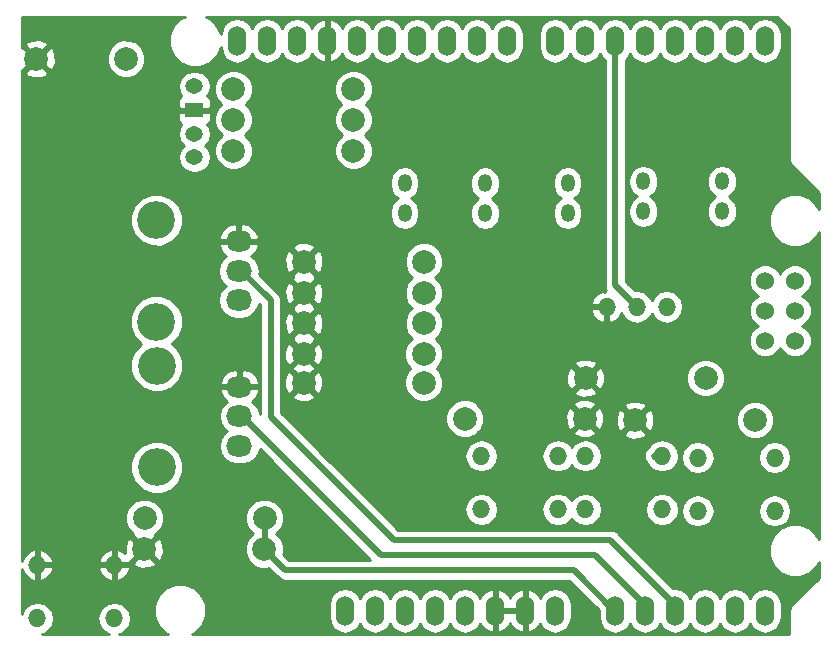
<source format=gbl>
G04 #@! TF.FileFunction,Copper,L2,Bot,Signal*
%FSLAX46Y46*%
G04 Gerber Fmt 4.6, Leading zero omitted, Abs format (unit mm)*
G04 Created by KiCad (PCBNEW 4.0.5+dfsg1-4~bpo8+1) date Wed Sep 27 19:52:24 2017*
%MOMM*%
%LPD*%
G01*
G04 APERTURE LIST*
%ADD10C,0.100000*%
%ADD11O,1.524000X1.524000*%
%ADD12C,1.998980*%
%ADD13O,1.524000X2.540000*%
%ADD14C,1.524000*%
%ADD15C,2.000000*%
%ADD16C,3.200000*%
%ADD17O,2.200000X1.800000*%
%ADD18O,1.219200X1.519200*%
%ADD19O,1.500480X1.300480*%
%ADD20R,1.500480X1.300480*%
%ADD21C,0.508000*%
%ADD22C,0.254000*%
G04 APERTURE END LIST*
D10*
D11*
X184759600Y-122301000D03*
X191262000Y-122301000D03*
X184759600Y-126822200D03*
X191262000Y-126822200D03*
X166433500Y-122161300D03*
X172935900Y-122161300D03*
X166433500Y-126682500D03*
X172935900Y-126682500D03*
D12*
X189611000Y-119126000D03*
X179451000Y-119126000D03*
X161544000Y-113538000D03*
X151384000Y-113538000D03*
X161544000Y-115951000D03*
X151384000Y-115951000D03*
D11*
X175234600Y-122161300D03*
X181737000Y-122161300D03*
X175234600Y-126682500D03*
X181737000Y-126682500D03*
D13*
X190459360Y-135260080D03*
X187919360Y-135260080D03*
X185379360Y-135260080D03*
X177759360Y-135260080D03*
X180299360Y-135260080D03*
X182839360Y-135260080D03*
X172679360Y-135260080D03*
X170139360Y-135260080D03*
X167599360Y-135260080D03*
X162519360Y-135260080D03*
X159979360Y-135260080D03*
X190459360Y-87000080D03*
X187919360Y-87000080D03*
X185379360Y-87000080D03*
X182839360Y-87000080D03*
X180299360Y-87000080D03*
X177759360Y-87000080D03*
X175219360Y-87000080D03*
X172679360Y-87000080D03*
X168615360Y-87000080D03*
X166075360Y-87000080D03*
X163535360Y-87000080D03*
X160995360Y-87000080D03*
X158455360Y-87000080D03*
X155915360Y-87000080D03*
X153375360Y-87000080D03*
X150835360Y-87000080D03*
X165059360Y-135260080D03*
X148295360Y-87000080D03*
X145755360Y-87000080D03*
X157439360Y-135260080D03*
X154899360Y-135260080D03*
D14*
X190459360Y-107320080D03*
X192999360Y-107320080D03*
X190459360Y-109860080D03*
X192999360Y-109860080D03*
X190459360Y-112400080D03*
X192999360Y-112400080D03*
D11*
X182118000Y-109537500D03*
X179578000Y-109537500D03*
X177038000Y-109537500D03*
X128854200Y-131394200D03*
X135356600Y-131394200D03*
X128854200Y-135915400D03*
X135356600Y-135915400D03*
D15*
X128762760Y-88539320D03*
X136362440Y-88539320D03*
D12*
X137927080Y-127406400D03*
X148087080Y-127406400D03*
X148056600Y-130063240D03*
X137896600Y-130063240D03*
X161571940Y-105707180D03*
X151411940Y-105707180D03*
X161571940Y-108377355D03*
X151411940Y-108377355D03*
X161571940Y-110939580D03*
X151411940Y-110939580D03*
X145450560Y-91109800D03*
X155610560Y-91109800D03*
X145455640Y-93677740D03*
X155615640Y-93677740D03*
X145455640Y-96306640D03*
X155615640Y-96306640D03*
X185420000Y-115570000D03*
X175260000Y-115570000D03*
X165026340Y-118999000D03*
X175186340Y-118999000D03*
D16*
X138963400Y-123111040D03*
X138963400Y-114511040D03*
D17*
X145963400Y-118811040D03*
X145963400Y-121311040D03*
X145963400Y-116311040D03*
D16*
X138912600Y-110794800D03*
X138912600Y-102194800D03*
D17*
X145912600Y-106494800D03*
X145912600Y-108994800D03*
X145912600Y-103994800D03*
D18*
X159943800Y-99060000D03*
X159943800Y-101600000D03*
X166751000Y-99060000D03*
X166751000Y-101600000D03*
X173736000Y-99060000D03*
X173736000Y-101600000D03*
X180140493Y-98921321D03*
X180140493Y-101461321D03*
X186820493Y-98921321D03*
X186820493Y-101461321D03*
D19*
X142148414Y-96880774D03*
X142148414Y-90881294D03*
D20*
X142148414Y-92880274D03*
D19*
X142148414Y-94881794D03*
D21*
X179578000Y-109537500D02*
X177759360Y-107718860D01*
X177759360Y-107718860D02*
X177759360Y-87000080D01*
X181063900Y-122161300D02*
X181203600Y-122301000D01*
X149819360Y-131826000D02*
X174244000Y-131826000D01*
X174244000Y-131826000D02*
X177678080Y-135260080D01*
X148056600Y-130063240D02*
X149819360Y-131826000D01*
X177678080Y-135260080D02*
X177759360Y-135260080D01*
X148087080Y-127406400D02*
X148087080Y-130032760D01*
X148087080Y-130032760D02*
X148056600Y-130063240D01*
X180299360Y-135260080D02*
X180299360Y-134752080D01*
X180299360Y-134752080D02*
X176103280Y-130556000D01*
X176103280Y-130556000D02*
X157908360Y-130556000D01*
X157908360Y-130556000D02*
X146163400Y-118811040D01*
X146163400Y-118811040D02*
X145963400Y-118811040D01*
X182839360Y-135260080D02*
X182839360Y-134752080D01*
X177373280Y-129286000D02*
X159004000Y-129286000D01*
X182839360Y-134752080D02*
X177373280Y-129286000D01*
X159004000Y-129286000D02*
X148590000Y-118872000D01*
X148590000Y-118872000D02*
X148590000Y-108972200D01*
X148590000Y-108972200D02*
X146112600Y-106494800D01*
X146112600Y-106494800D02*
X145912600Y-106494800D01*
D22*
G36*
X140942060Y-85114838D02*
X140316315Y-85739491D01*
X139977247Y-86556058D01*
X139976475Y-87440223D01*
X140314118Y-88257380D01*
X140938771Y-88883125D01*
X141755338Y-89222193D01*
X142639503Y-89222965D01*
X143456660Y-88885322D01*
X144082405Y-88260669D01*
X144365178Y-87579676D01*
X144464700Y-88080010D01*
X144767532Y-88533229D01*
X145220751Y-88836061D01*
X145755360Y-88942401D01*
X146289969Y-88836061D01*
X146743188Y-88533229D01*
X147025360Y-88110930D01*
X147307532Y-88533229D01*
X147760751Y-88836061D01*
X148295360Y-88942401D01*
X148829969Y-88836061D01*
X149283188Y-88533229D01*
X149565360Y-88110930D01*
X149847532Y-88533229D01*
X150300751Y-88836061D01*
X150835360Y-88942401D01*
X151369969Y-88836061D01*
X151823188Y-88533229D01*
X152114690Y-88096967D01*
X152133301Y-88160021D01*
X152477334Y-88585710D01*
X152958083Y-88847340D01*
X153032290Y-88862300D01*
X153248360Y-88739800D01*
X153248360Y-87127080D01*
X153228360Y-87127080D01*
X153228360Y-86873080D01*
X153248360Y-86873080D01*
X153248360Y-85260360D01*
X153502360Y-85260360D01*
X153502360Y-86873080D01*
X153522360Y-86873080D01*
X153522360Y-87127080D01*
X153502360Y-87127080D01*
X153502360Y-88739800D01*
X153718430Y-88862300D01*
X153792637Y-88847340D01*
X154273386Y-88585710D01*
X154617419Y-88160021D01*
X154636030Y-88096967D01*
X154927532Y-88533229D01*
X155380751Y-88836061D01*
X155915360Y-88942401D01*
X156449969Y-88836061D01*
X156903188Y-88533229D01*
X157185360Y-88110930D01*
X157467532Y-88533229D01*
X157920751Y-88836061D01*
X158455360Y-88942401D01*
X158989969Y-88836061D01*
X159443188Y-88533229D01*
X159725360Y-88110930D01*
X160007532Y-88533229D01*
X160460751Y-88836061D01*
X160995360Y-88942401D01*
X161529969Y-88836061D01*
X161983188Y-88533229D01*
X162265360Y-88110930D01*
X162547532Y-88533229D01*
X163000751Y-88836061D01*
X163535360Y-88942401D01*
X164069969Y-88836061D01*
X164523188Y-88533229D01*
X164805360Y-88110930D01*
X165087532Y-88533229D01*
X165540751Y-88836061D01*
X166075360Y-88942401D01*
X166609969Y-88836061D01*
X167063188Y-88533229D01*
X167345360Y-88110930D01*
X167627532Y-88533229D01*
X168080751Y-88836061D01*
X168615360Y-88942401D01*
X169149969Y-88836061D01*
X169603188Y-88533229D01*
X169906020Y-88080010D01*
X170012360Y-87545401D01*
X170012360Y-86454759D01*
X171282360Y-86454759D01*
X171282360Y-87545401D01*
X171388700Y-88080010D01*
X171691532Y-88533229D01*
X172144751Y-88836061D01*
X172679360Y-88942401D01*
X173213969Y-88836061D01*
X173667188Y-88533229D01*
X173949360Y-88110930D01*
X174231532Y-88533229D01*
X174684751Y-88836061D01*
X175219360Y-88942401D01*
X175753969Y-88836061D01*
X176207188Y-88533229D01*
X176489360Y-88110930D01*
X176771532Y-88533229D01*
X176870360Y-88599264D01*
X176870360Y-107718860D01*
X176938031Y-108059066D01*
X176992443Y-108140500D01*
X176910998Y-108140500D01*
X176910998Y-108305779D01*
X176694930Y-108183280D01*
X176323003Y-108337326D01*
X175918142Y-108702301D01*
X175683769Y-109194428D01*
X175805524Y-109410500D01*
X176911000Y-109410500D01*
X176911000Y-109390500D01*
X177165000Y-109390500D01*
X177165000Y-109410500D01*
X177185000Y-109410500D01*
X177185000Y-109664500D01*
X177165000Y-109664500D01*
X177165000Y-110769220D01*
X177381070Y-110891720D01*
X177752997Y-110737674D01*
X178157858Y-110372699D01*
X178287713Y-110100036D01*
X178590172Y-110552697D01*
X179043391Y-110855529D01*
X179578000Y-110961869D01*
X180112609Y-110855529D01*
X180565828Y-110552697D01*
X180848000Y-110130398D01*
X181130172Y-110552697D01*
X181583391Y-110855529D01*
X182118000Y-110961869D01*
X182652609Y-110855529D01*
X183105828Y-110552697D01*
X183408660Y-110099478D01*
X183515000Y-109564869D01*
X183515000Y-109510131D01*
X183408660Y-108975522D01*
X183105828Y-108522303D01*
X182652609Y-108219471D01*
X182118000Y-108113131D01*
X181583391Y-108219471D01*
X181130172Y-108522303D01*
X180848000Y-108944602D01*
X180565828Y-108522303D01*
X180112609Y-108219471D01*
X179578000Y-108113131D01*
X179438596Y-108140860D01*
X178894477Y-107596741D01*
X189062118Y-107596741D01*
X189274350Y-108110383D01*
X189666990Y-108503709D01*
X189874872Y-108590029D01*
X189669057Y-108675070D01*
X189275731Y-109067710D01*
X189062603Y-109580980D01*
X189062118Y-110136741D01*
X189274350Y-110650383D01*
X189666990Y-111043709D01*
X189874872Y-111130029D01*
X189669057Y-111215070D01*
X189275731Y-111607710D01*
X189062603Y-112120980D01*
X189062118Y-112676741D01*
X189274350Y-113190383D01*
X189666990Y-113583709D01*
X190180260Y-113796837D01*
X190736021Y-113797322D01*
X191249663Y-113585090D01*
X191642989Y-113192450D01*
X191729309Y-112984568D01*
X191814350Y-113190383D01*
X192206990Y-113583709D01*
X192720260Y-113796837D01*
X193276021Y-113797322D01*
X193789663Y-113585090D01*
X194182989Y-113192450D01*
X194396117Y-112679180D01*
X194396602Y-112123419D01*
X194184370Y-111609777D01*
X193791730Y-111216451D01*
X193583848Y-111130131D01*
X193789663Y-111045090D01*
X194182989Y-110652450D01*
X194396117Y-110139180D01*
X194396602Y-109583419D01*
X194184370Y-109069777D01*
X193791730Y-108676451D01*
X193583848Y-108590131D01*
X193789663Y-108505090D01*
X194182989Y-108112450D01*
X194396117Y-107599180D01*
X194396602Y-107043419D01*
X194184370Y-106529777D01*
X193791730Y-106136451D01*
X193278460Y-105923323D01*
X192722699Y-105922838D01*
X192209057Y-106135070D01*
X191815731Y-106527710D01*
X191729411Y-106735592D01*
X191644370Y-106529777D01*
X191251730Y-106136451D01*
X190738460Y-105923323D01*
X190182699Y-105922838D01*
X189669057Y-106135070D01*
X189275731Y-106527710D01*
X189062603Y-107040980D01*
X189062118Y-107596741D01*
X178894477Y-107596741D01*
X178648360Y-107350624D01*
X178648360Y-98743999D01*
X178895893Y-98743999D01*
X178895893Y-99098643D01*
X178990633Y-99574931D01*
X179260428Y-99978708D01*
X179578626Y-100191321D01*
X179260428Y-100403934D01*
X178990633Y-100807711D01*
X178895893Y-101283999D01*
X178895893Y-101638643D01*
X178990633Y-102114931D01*
X179260428Y-102518708D01*
X179664205Y-102788503D01*
X180140493Y-102883243D01*
X180616781Y-102788503D01*
X181020558Y-102518708D01*
X181290353Y-102114931D01*
X181385093Y-101638643D01*
X181385093Y-101283999D01*
X181290353Y-100807711D01*
X181020558Y-100403934D01*
X180702360Y-100191321D01*
X181020558Y-99978708D01*
X181290353Y-99574931D01*
X181385093Y-99098643D01*
X181385093Y-98743999D01*
X185575893Y-98743999D01*
X185575893Y-99098643D01*
X185670633Y-99574931D01*
X185940428Y-99978708D01*
X186258626Y-100191321D01*
X185940428Y-100403934D01*
X185670633Y-100807711D01*
X185575893Y-101283999D01*
X185575893Y-101638643D01*
X185670633Y-102114931D01*
X185940428Y-102518708D01*
X186344205Y-102788503D01*
X186820493Y-102883243D01*
X187296781Y-102788503D01*
X187700558Y-102518708D01*
X187970353Y-102114931D01*
X188065093Y-101638643D01*
X188065093Y-101283999D01*
X187970353Y-100807711D01*
X187700558Y-100403934D01*
X187382360Y-100191321D01*
X187700558Y-99978708D01*
X187970353Y-99574931D01*
X188065093Y-99098643D01*
X188065093Y-98743999D01*
X187970353Y-98267711D01*
X187700558Y-97863934D01*
X187296781Y-97594139D01*
X186820493Y-97499399D01*
X186344205Y-97594139D01*
X185940428Y-97863934D01*
X185670633Y-98267711D01*
X185575893Y-98743999D01*
X181385093Y-98743999D01*
X181290353Y-98267711D01*
X181020558Y-97863934D01*
X180616781Y-97594139D01*
X180140493Y-97499399D01*
X179664205Y-97594139D01*
X179260428Y-97863934D01*
X178990633Y-98267711D01*
X178895893Y-98743999D01*
X178648360Y-98743999D01*
X178648360Y-88599264D01*
X178747188Y-88533229D01*
X179029360Y-88110930D01*
X179311532Y-88533229D01*
X179764751Y-88836061D01*
X180299360Y-88942401D01*
X180833969Y-88836061D01*
X181287188Y-88533229D01*
X181569360Y-88110930D01*
X181851532Y-88533229D01*
X182304751Y-88836061D01*
X182839360Y-88942401D01*
X183373969Y-88836061D01*
X183827188Y-88533229D01*
X184109360Y-88110930D01*
X184391532Y-88533229D01*
X184844751Y-88836061D01*
X185379360Y-88942401D01*
X185913969Y-88836061D01*
X186367188Y-88533229D01*
X186649360Y-88110930D01*
X186931532Y-88533229D01*
X187384751Y-88836061D01*
X187919360Y-88942401D01*
X188453969Y-88836061D01*
X188907188Y-88533229D01*
X189189360Y-88110930D01*
X189471532Y-88533229D01*
X189924751Y-88836061D01*
X190459360Y-88942401D01*
X190993969Y-88836061D01*
X191447188Y-88533229D01*
X191750020Y-88080010D01*
X191856360Y-87545401D01*
X191856360Y-86454759D01*
X191750020Y-85920150D01*
X191447188Y-85466931D01*
X190993969Y-85164099D01*
X190459360Y-85057759D01*
X189924751Y-85164099D01*
X189471532Y-85466931D01*
X189189360Y-85889230D01*
X188907188Y-85466931D01*
X188453969Y-85164099D01*
X187919360Y-85057759D01*
X187384751Y-85164099D01*
X186931532Y-85466931D01*
X186649360Y-85889230D01*
X186367188Y-85466931D01*
X185913969Y-85164099D01*
X185379360Y-85057759D01*
X184844751Y-85164099D01*
X184391532Y-85466931D01*
X184109360Y-85889230D01*
X183827188Y-85466931D01*
X183373969Y-85164099D01*
X182839360Y-85057759D01*
X182304751Y-85164099D01*
X181851532Y-85466931D01*
X181569360Y-85889230D01*
X181287188Y-85466931D01*
X180833969Y-85164099D01*
X180299360Y-85057759D01*
X179764751Y-85164099D01*
X179311532Y-85466931D01*
X179029360Y-85889230D01*
X178747188Y-85466931D01*
X178293969Y-85164099D01*
X177759360Y-85057759D01*
X177224751Y-85164099D01*
X176771532Y-85466931D01*
X176489360Y-85889230D01*
X176207188Y-85466931D01*
X175753969Y-85164099D01*
X175219360Y-85057759D01*
X174684751Y-85164099D01*
X174231532Y-85466931D01*
X173949360Y-85889230D01*
X173667188Y-85466931D01*
X173213969Y-85164099D01*
X172679360Y-85057759D01*
X172144751Y-85164099D01*
X171691532Y-85466931D01*
X171388700Y-85920150D01*
X171282360Y-86454759D01*
X170012360Y-86454759D01*
X169906020Y-85920150D01*
X169603188Y-85466931D01*
X169149969Y-85164099D01*
X168615360Y-85057759D01*
X168080751Y-85164099D01*
X167627532Y-85466931D01*
X167345360Y-85889230D01*
X167063188Y-85466931D01*
X166609969Y-85164099D01*
X166075360Y-85057759D01*
X165540751Y-85164099D01*
X165087532Y-85466931D01*
X164805360Y-85889230D01*
X164523188Y-85466931D01*
X164069969Y-85164099D01*
X163535360Y-85057759D01*
X163000751Y-85164099D01*
X162547532Y-85466931D01*
X162265360Y-85889230D01*
X161983188Y-85466931D01*
X161529969Y-85164099D01*
X160995360Y-85057759D01*
X160460751Y-85164099D01*
X160007532Y-85466931D01*
X159725360Y-85889230D01*
X159443188Y-85466931D01*
X158989969Y-85164099D01*
X158455360Y-85057759D01*
X157920751Y-85164099D01*
X157467532Y-85466931D01*
X157185360Y-85889230D01*
X156903188Y-85466931D01*
X156449969Y-85164099D01*
X155915360Y-85057759D01*
X155380751Y-85164099D01*
X154927532Y-85466931D01*
X154636030Y-85903193D01*
X154617419Y-85840139D01*
X154273386Y-85414450D01*
X153792637Y-85152820D01*
X153718430Y-85137860D01*
X153502360Y-85260360D01*
X153248360Y-85260360D01*
X153032290Y-85137860D01*
X152958083Y-85152820D01*
X152477334Y-85414450D01*
X152133301Y-85840139D01*
X152114690Y-85903193D01*
X151823188Y-85466931D01*
X151369969Y-85164099D01*
X150835360Y-85057759D01*
X150300751Y-85164099D01*
X149847532Y-85466931D01*
X149565360Y-85889230D01*
X149283188Y-85466931D01*
X148829969Y-85164099D01*
X148295360Y-85057759D01*
X147760751Y-85164099D01*
X147307532Y-85466931D01*
X147025360Y-85889230D01*
X146743188Y-85466931D01*
X146289969Y-85164099D01*
X145755360Y-85057759D01*
X145220751Y-85164099D01*
X144767532Y-85466931D01*
X144464700Y-85920150D01*
X144364998Y-86421388D01*
X144084602Y-85742780D01*
X143459949Y-85117035D01*
X143087065Y-84962200D01*
X191511664Y-84962200D01*
X192482000Y-85932536D01*
X192482000Y-97078800D01*
X192534143Y-97340938D01*
X192682632Y-97563168D01*
X194996600Y-99877136D01*
X194996600Y-101253835D01*
X194884602Y-100982780D01*
X194259949Y-100357035D01*
X193443382Y-100017967D01*
X192559217Y-100017195D01*
X191742060Y-100354838D01*
X191116315Y-100979491D01*
X190777247Y-101796058D01*
X190776475Y-102680223D01*
X191114118Y-103497380D01*
X191738771Y-104123125D01*
X192555338Y-104462193D01*
X193439503Y-104462965D01*
X194256660Y-104125322D01*
X194882405Y-103500669D01*
X194996600Y-103225657D01*
X194996600Y-129193835D01*
X194884602Y-128922780D01*
X194259949Y-128297035D01*
X193443382Y-127957967D01*
X192559217Y-127957195D01*
X191742060Y-128294838D01*
X191116315Y-128919491D01*
X190777247Y-129736058D01*
X190776475Y-130620223D01*
X191114118Y-131437380D01*
X191738771Y-132063125D01*
X192555338Y-132402193D01*
X193439503Y-132402965D01*
X194256660Y-132065322D01*
X194882405Y-131440669D01*
X194996600Y-131165657D01*
X194996600Y-132482064D01*
X192682632Y-134796032D01*
X192534143Y-135018262D01*
X192482000Y-135280400D01*
X192482000Y-137237000D01*
X141964783Y-137237000D01*
X142186660Y-137145322D01*
X142812405Y-136520669D01*
X143151473Y-135704102D01*
X143152245Y-134819937D01*
X143108787Y-134714759D01*
X153502360Y-134714759D01*
X153502360Y-135805401D01*
X153608700Y-136340010D01*
X153911532Y-136793229D01*
X154364751Y-137096061D01*
X154899360Y-137202401D01*
X155433969Y-137096061D01*
X155887188Y-136793229D01*
X156169360Y-136370930D01*
X156451532Y-136793229D01*
X156904751Y-137096061D01*
X157439360Y-137202401D01*
X157973969Y-137096061D01*
X158427188Y-136793229D01*
X158709360Y-136370930D01*
X158991532Y-136793229D01*
X159444751Y-137096061D01*
X159979360Y-137202401D01*
X160513969Y-137096061D01*
X160967188Y-136793229D01*
X161249360Y-136370930D01*
X161531532Y-136793229D01*
X161984751Y-137096061D01*
X162519360Y-137202401D01*
X163053969Y-137096061D01*
X163507188Y-136793229D01*
X163789360Y-136370930D01*
X164071532Y-136793229D01*
X164524751Y-137096061D01*
X165059360Y-137202401D01*
X165593969Y-137096061D01*
X166047188Y-136793229D01*
X166338690Y-136356967D01*
X166357301Y-136420021D01*
X166701334Y-136845710D01*
X167182083Y-137107340D01*
X167256290Y-137122300D01*
X167472360Y-136999800D01*
X167472360Y-135387080D01*
X167726360Y-135387080D01*
X167726360Y-136999800D01*
X167942430Y-137122300D01*
X168016637Y-137107340D01*
X168497386Y-136845710D01*
X168841419Y-136420021D01*
X168869360Y-136325357D01*
X168897301Y-136420021D01*
X169241334Y-136845710D01*
X169722083Y-137107340D01*
X169796290Y-137122300D01*
X170012360Y-136999800D01*
X170012360Y-135387080D01*
X167726360Y-135387080D01*
X167472360Y-135387080D01*
X167452360Y-135387080D01*
X167452360Y-135133080D01*
X167472360Y-135133080D01*
X167472360Y-133520360D01*
X167726360Y-133520360D01*
X167726360Y-135133080D01*
X170012360Y-135133080D01*
X170012360Y-133520360D01*
X170266360Y-133520360D01*
X170266360Y-135133080D01*
X170286360Y-135133080D01*
X170286360Y-135387080D01*
X170266360Y-135387080D01*
X170266360Y-136999800D01*
X170482430Y-137122300D01*
X170556637Y-137107340D01*
X171037386Y-136845710D01*
X171381419Y-136420021D01*
X171400030Y-136356967D01*
X171691532Y-136793229D01*
X172144751Y-137096061D01*
X172679360Y-137202401D01*
X173213969Y-137096061D01*
X173667188Y-136793229D01*
X173970020Y-136340010D01*
X174076360Y-135805401D01*
X174076360Y-134714759D01*
X173970020Y-134180150D01*
X173667188Y-133726931D01*
X173213969Y-133424099D01*
X172679360Y-133317759D01*
X172144751Y-133424099D01*
X171691532Y-133726931D01*
X171400030Y-134163193D01*
X171381419Y-134100139D01*
X171037386Y-133674450D01*
X170556637Y-133412820D01*
X170482430Y-133397860D01*
X170266360Y-133520360D01*
X170012360Y-133520360D01*
X169796290Y-133397860D01*
X169722083Y-133412820D01*
X169241334Y-133674450D01*
X168897301Y-134100139D01*
X168869360Y-134194803D01*
X168841419Y-134100139D01*
X168497386Y-133674450D01*
X168016637Y-133412820D01*
X167942430Y-133397860D01*
X167726360Y-133520360D01*
X167472360Y-133520360D01*
X167256290Y-133397860D01*
X167182083Y-133412820D01*
X166701334Y-133674450D01*
X166357301Y-134100139D01*
X166338690Y-134163193D01*
X166047188Y-133726931D01*
X165593969Y-133424099D01*
X165059360Y-133317759D01*
X164524751Y-133424099D01*
X164071532Y-133726931D01*
X163789360Y-134149230D01*
X163507188Y-133726931D01*
X163053969Y-133424099D01*
X162519360Y-133317759D01*
X161984751Y-133424099D01*
X161531532Y-133726931D01*
X161249360Y-134149230D01*
X160967188Y-133726931D01*
X160513969Y-133424099D01*
X159979360Y-133317759D01*
X159444751Y-133424099D01*
X158991532Y-133726931D01*
X158709360Y-134149230D01*
X158427188Y-133726931D01*
X157973969Y-133424099D01*
X157439360Y-133317759D01*
X156904751Y-133424099D01*
X156451532Y-133726931D01*
X156169360Y-134149230D01*
X155887188Y-133726931D01*
X155433969Y-133424099D01*
X154899360Y-133317759D01*
X154364751Y-133424099D01*
X153911532Y-133726931D01*
X153608700Y-134180150D01*
X153502360Y-134714759D01*
X143108787Y-134714759D01*
X142814602Y-134002780D01*
X142189949Y-133377035D01*
X141373382Y-133037967D01*
X140489217Y-133037195D01*
X139672060Y-133374838D01*
X139046315Y-133999491D01*
X138707247Y-134816058D01*
X138706475Y-135700223D01*
X139044118Y-136517380D01*
X139668771Y-137143125D01*
X139894847Y-137237000D01*
X135763032Y-137237000D01*
X135918578Y-137206060D01*
X136371797Y-136903228D01*
X136674629Y-136450009D01*
X136780969Y-135915400D01*
X136674629Y-135380791D01*
X136371797Y-134927572D01*
X135918578Y-134624740D01*
X135383969Y-134518400D01*
X135329231Y-134518400D01*
X134794622Y-134624740D01*
X134341403Y-134927572D01*
X134038571Y-135380791D01*
X133932231Y-135915400D01*
X134038571Y-136450009D01*
X134341403Y-136903228D01*
X134794622Y-137206060D01*
X134950168Y-137237000D01*
X129260632Y-137237000D01*
X129416178Y-137206060D01*
X129869397Y-136903228D01*
X130172229Y-136450009D01*
X130278569Y-135915400D01*
X130172229Y-135380791D01*
X129869397Y-134927572D01*
X129416178Y-134624740D01*
X128881569Y-134518400D01*
X128826831Y-134518400D01*
X128292222Y-134624740D01*
X127839003Y-134927572D01*
X127536171Y-135380791D01*
X127507200Y-135526439D01*
X127507200Y-131754702D01*
X127654026Y-132109197D01*
X128019001Y-132514058D01*
X128511128Y-132748431D01*
X128727200Y-132626676D01*
X128727200Y-131521200D01*
X128981200Y-131521200D01*
X128981200Y-132626676D01*
X129197272Y-132748431D01*
X129689399Y-132514058D01*
X130054374Y-132109197D01*
X130208420Y-131737270D01*
X134002380Y-131737270D01*
X134156426Y-132109197D01*
X134521401Y-132514058D01*
X135013528Y-132748431D01*
X135229600Y-132626676D01*
X135229600Y-131521200D01*
X135483600Y-131521200D01*
X135483600Y-132626676D01*
X135699672Y-132748431D01*
X136191799Y-132514058D01*
X136556774Y-132109197D01*
X136710820Y-131737270D01*
X136588320Y-131521200D01*
X135483600Y-131521200D01*
X135229600Y-131521200D01*
X134124880Y-131521200D01*
X134002380Y-131737270D01*
X130208420Y-131737270D01*
X130085920Y-131521200D01*
X128981200Y-131521200D01*
X128727200Y-131521200D01*
X128707200Y-131521200D01*
X128707200Y-131267200D01*
X128727200Y-131267200D01*
X128727200Y-130161724D01*
X128981200Y-130161724D01*
X128981200Y-131267200D01*
X130085920Y-131267200D01*
X130208420Y-131051130D01*
X134002380Y-131051130D01*
X134124880Y-131267200D01*
X135229600Y-131267200D01*
X135229600Y-130161724D01*
X135483600Y-130161724D01*
X135483600Y-131267200D01*
X136588320Y-131267200D01*
X136617686Y-131215403D01*
X136924043Y-131215403D01*
X137022642Y-131482205D01*
X137632182Y-131708641D01*
X138281977Y-131684581D01*
X138770558Y-131482205D01*
X138869157Y-131215403D01*
X137896600Y-130242845D01*
X136924043Y-131215403D01*
X136617686Y-131215403D01*
X136710820Y-131051130D01*
X136697246Y-131018357D01*
X136744437Y-131035797D01*
X137716995Y-130063240D01*
X138076205Y-130063240D01*
X139048763Y-131035797D01*
X139315565Y-130937198D01*
X139542001Y-130327658D01*
X139517941Y-129677863D01*
X139315565Y-129189282D01*
X139048763Y-129090683D01*
X138076205Y-130063240D01*
X137716995Y-130063240D01*
X136744437Y-129090683D01*
X136477635Y-129189282D01*
X136251199Y-129798822D01*
X136272105Y-130363424D01*
X136191799Y-130274342D01*
X135699672Y-130039969D01*
X135483600Y-130161724D01*
X135229600Y-130161724D01*
X135013528Y-130039969D01*
X134521401Y-130274342D01*
X134156426Y-130679203D01*
X134002380Y-131051130D01*
X130208420Y-131051130D01*
X130054374Y-130679203D01*
X129689399Y-130274342D01*
X129197272Y-130039969D01*
X128981200Y-130161724D01*
X128727200Y-130161724D01*
X128511128Y-130039969D01*
X128019001Y-130274342D01*
X127654026Y-130679203D01*
X127507200Y-131033698D01*
X127507200Y-127730094D01*
X136292306Y-127730094D01*
X136540618Y-128331055D01*
X136976887Y-128768085D01*
X136924043Y-128911077D01*
X137896600Y-129883635D01*
X138869157Y-128911077D01*
X138828949Y-128802277D01*
X138851735Y-128792862D01*
X139311926Y-128333473D01*
X139561286Y-127732947D01*
X139561854Y-127082706D01*
X139313542Y-126481745D01*
X138854153Y-126021554D01*
X138253627Y-125772194D01*
X137603386Y-125771626D01*
X137002425Y-126019938D01*
X136542234Y-126479327D01*
X136292874Y-127079853D01*
X136292306Y-127730094D01*
X127507200Y-127730094D01*
X127507200Y-123553659D01*
X136728013Y-123553659D01*
X137067555Y-124375412D01*
X137695721Y-125004676D01*
X138516881Y-125345651D01*
X139406019Y-125346427D01*
X140227772Y-125006885D01*
X140857036Y-124378719D01*
X141198011Y-123557559D01*
X141198787Y-122668421D01*
X140859245Y-121846668D01*
X140231079Y-121217404D01*
X139409919Y-120876429D01*
X138520781Y-120875653D01*
X137699028Y-121215195D01*
X137069764Y-121843361D01*
X136728789Y-122664521D01*
X136728013Y-123553659D01*
X127507200Y-123553659D01*
X127507200Y-111237419D01*
X136677213Y-111237419D01*
X137016755Y-112059172D01*
X137635307Y-112678805D01*
X137069764Y-113243361D01*
X136728789Y-114064521D01*
X136728013Y-114953659D01*
X137067555Y-115775412D01*
X137695721Y-116404676D01*
X138516881Y-116745651D01*
X139406019Y-116746427D01*
X140227772Y-116406885D01*
X140689162Y-115946300D01*
X144272364Y-115946300D01*
X144393022Y-116184040D01*
X145836400Y-116184040D01*
X145836400Y-114931778D01*
X146090400Y-114931778D01*
X146090400Y-116184040D01*
X147533778Y-116184040D01*
X147654436Y-115946300D01*
X147641875Y-115881015D01*
X147364769Y-115347961D01*
X146904766Y-114961527D01*
X146331897Y-114780544D01*
X146090400Y-114931778D01*
X145836400Y-114931778D01*
X145594903Y-114780544D01*
X145022034Y-114961527D01*
X144562031Y-115347961D01*
X144284925Y-115881015D01*
X144272364Y-115946300D01*
X140689162Y-115946300D01*
X140857036Y-115778719D01*
X141198011Y-114957559D01*
X141198787Y-114068421D01*
X140859245Y-113246668D01*
X140240693Y-112627035D01*
X140806236Y-112062479D01*
X141147211Y-111241319D01*
X141147987Y-110352181D01*
X140808445Y-109530428D01*
X140180279Y-108901164D01*
X139359119Y-108560189D01*
X138469981Y-108559413D01*
X137648228Y-108898955D01*
X137018964Y-109527121D01*
X136677989Y-110348281D01*
X136677213Y-111237419D01*
X127507200Y-111237419D01*
X127507200Y-106494800D01*
X144143609Y-106494800D01*
X144260454Y-107082219D01*
X144593200Y-107580209D01*
X144839528Y-107744800D01*
X144593200Y-107909391D01*
X144260454Y-108407381D01*
X144143609Y-108994800D01*
X144260454Y-109582219D01*
X144593200Y-110080209D01*
X145091190Y-110412955D01*
X145678609Y-110529800D01*
X146146591Y-110529800D01*
X146734010Y-110412955D01*
X147232000Y-110080209D01*
X147564746Y-109582219D01*
X147627466Y-109266902D01*
X147701000Y-109340436D01*
X147701000Y-118653227D01*
X147615546Y-118223621D01*
X147282800Y-117725631D01*
X147029093Y-117556110D01*
X147364769Y-117274119D01*
X147641875Y-116741065D01*
X147654436Y-116675780D01*
X147533778Y-116438040D01*
X146090400Y-116438040D01*
X146090400Y-116458040D01*
X145836400Y-116458040D01*
X145836400Y-116438040D01*
X144393022Y-116438040D01*
X144272364Y-116675780D01*
X144284925Y-116741065D01*
X144562031Y-117274119D01*
X144897707Y-117556110D01*
X144644000Y-117725631D01*
X144311254Y-118223621D01*
X144194409Y-118811040D01*
X144311254Y-119398459D01*
X144644000Y-119896449D01*
X144890328Y-120061040D01*
X144644000Y-120225631D01*
X144311254Y-120723621D01*
X144194409Y-121311040D01*
X144311254Y-121898459D01*
X144644000Y-122396449D01*
X145141990Y-122729195D01*
X145729409Y-122846040D01*
X146197391Y-122846040D01*
X146784810Y-122729195D01*
X147282800Y-122396449D01*
X147615546Y-121898459D01*
X147678266Y-121583142D01*
X157032124Y-130937000D01*
X150187596Y-130937000D01*
X149676012Y-130425416D01*
X149690806Y-130389787D01*
X149691374Y-129739546D01*
X149443062Y-129138585D01*
X149054913Y-128749759D01*
X149471926Y-128333473D01*
X149721286Y-127732947D01*
X149721854Y-127082706D01*
X149473542Y-126481745D01*
X149014153Y-126021554D01*
X148413627Y-125772194D01*
X147763386Y-125771626D01*
X147162425Y-126019938D01*
X146702234Y-126479327D01*
X146452874Y-127079853D01*
X146452306Y-127730094D01*
X146700618Y-128331055D01*
X147088767Y-128719881D01*
X146671754Y-129136167D01*
X146422394Y-129736693D01*
X146421826Y-130386934D01*
X146670138Y-130987895D01*
X147129527Y-131448086D01*
X147730053Y-131697446D01*
X148380294Y-131698014D01*
X148418395Y-131682271D01*
X149190742Y-132454618D01*
X149479154Y-132647329D01*
X149819360Y-132715000D01*
X173875764Y-132715000D01*
X176362360Y-135201596D01*
X176362360Y-135805401D01*
X176468700Y-136340010D01*
X176771532Y-136793229D01*
X177224751Y-137096061D01*
X177759360Y-137202401D01*
X178293969Y-137096061D01*
X178747188Y-136793229D01*
X179029360Y-136370930D01*
X179311532Y-136793229D01*
X179764751Y-137096061D01*
X180299360Y-137202401D01*
X180833969Y-137096061D01*
X181287188Y-136793229D01*
X181569360Y-136370930D01*
X181851532Y-136793229D01*
X182304751Y-137096061D01*
X182839360Y-137202401D01*
X183373969Y-137096061D01*
X183827188Y-136793229D01*
X184109360Y-136370930D01*
X184391532Y-136793229D01*
X184844751Y-137096061D01*
X185379360Y-137202401D01*
X185913969Y-137096061D01*
X186367188Y-136793229D01*
X186649360Y-136370930D01*
X186931532Y-136793229D01*
X187384751Y-137096061D01*
X187919360Y-137202401D01*
X188453969Y-137096061D01*
X188907188Y-136793229D01*
X189189360Y-136370930D01*
X189471532Y-136793229D01*
X189924751Y-137096061D01*
X190459360Y-137202401D01*
X190993969Y-137096061D01*
X191447188Y-136793229D01*
X191750020Y-136340010D01*
X191856360Y-135805401D01*
X191856360Y-134714759D01*
X191750020Y-134180150D01*
X191447188Y-133726931D01*
X190993969Y-133424099D01*
X190459360Y-133317759D01*
X189924751Y-133424099D01*
X189471532Y-133726931D01*
X189189360Y-134149230D01*
X188907188Y-133726931D01*
X188453969Y-133424099D01*
X187919360Y-133317759D01*
X187384751Y-133424099D01*
X186931532Y-133726931D01*
X186649360Y-134149230D01*
X186367188Y-133726931D01*
X185913969Y-133424099D01*
X185379360Y-133317759D01*
X184844751Y-133424099D01*
X184391532Y-133726931D01*
X184109360Y-134149230D01*
X183827188Y-133726931D01*
X183373969Y-133424099D01*
X182839360Y-133317759D01*
X182691655Y-133347139D01*
X178001898Y-128657382D01*
X177982282Y-128644275D01*
X177713486Y-128464671D01*
X177373280Y-128397000D01*
X159372236Y-128397000D01*
X157657736Y-126682500D01*
X165009131Y-126682500D01*
X165115471Y-127217109D01*
X165418303Y-127670328D01*
X165871522Y-127973160D01*
X166406131Y-128079500D01*
X166460869Y-128079500D01*
X166995478Y-127973160D01*
X167448697Y-127670328D01*
X167751529Y-127217109D01*
X167857869Y-126682500D01*
X171511531Y-126682500D01*
X171617871Y-127217109D01*
X171920703Y-127670328D01*
X172373922Y-127973160D01*
X172908531Y-128079500D01*
X172963269Y-128079500D01*
X173497878Y-127973160D01*
X173951097Y-127670328D01*
X174085250Y-127469554D01*
X174219403Y-127670328D01*
X174672622Y-127973160D01*
X175207231Y-128079500D01*
X175261969Y-128079500D01*
X175796578Y-127973160D01*
X176249797Y-127670328D01*
X176552629Y-127217109D01*
X176658969Y-126682500D01*
X180312631Y-126682500D01*
X180418971Y-127217109D01*
X180721803Y-127670328D01*
X181175022Y-127973160D01*
X181709631Y-128079500D01*
X181764369Y-128079500D01*
X182298978Y-127973160D01*
X182752197Y-127670328D01*
X183055029Y-127217109D01*
X183133581Y-126822200D01*
X183335231Y-126822200D01*
X183441571Y-127356809D01*
X183744403Y-127810028D01*
X184197622Y-128112860D01*
X184732231Y-128219200D01*
X184786969Y-128219200D01*
X185321578Y-128112860D01*
X185774797Y-127810028D01*
X186077629Y-127356809D01*
X186183969Y-126822200D01*
X189837631Y-126822200D01*
X189943971Y-127356809D01*
X190246803Y-127810028D01*
X190700022Y-128112860D01*
X191234631Y-128219200D01*
X191289369Y-128219200D01*
X191823978Y-128112860D01*
X192277197Y-127810028D01*
X192580029Y-127356809D01*
X192686369Y-126822200D01*
X192580029Y-126287591D01*
X192277197Y-125834372D01*
X191823978Y-125531540D01*
X191289369Y-125425200D01*
X191234631Y-125425200D01*
X190700022Y-125531540D01*
X190246803Y-125834372D01*
X189943971Y-126287591D01*
X189837631Y-126822200D01*
X186183969Y-126822200D01*
X186077629Y-126287591D01*
X185774797Y-125834372D01*
X185321578Y-125531540D01*
X184786969Y-125425200D01*
X184732231Y-125425200D01*
X184197622Y-125531540D01*
X183744403Y-125834372D01*
X183441571Y-126287591D01*
X183335231Y-126822200D01*
X183133581Y-126822200D01*
X183161369Y-126682500D01*
X183055029Y-126147891D01*
X182752197Y-125694672D01*
X182298978Y-125391840D01*
X181764369Y-125285500D01*
X181709631Y-125285500D01*
X181175022Y-125391840D01*
X180721803Y-125694672D01*
X180418971Y-126147891D01*
X180312631Y-126682500D01*
X176658969Y-126682500D01*
X176552629Y-126147891D01*
X176249797Y-125694672D01*
X175796578Y-125391840D01*
X175261969Y-125285500D01*
X175207231Y-125285500D01*
X174672622Y-125391840D01*
X174219403Y-125694672D01*
X174085250Y-125895446D01*
X173951097Y-125694672D01*
X173497878Y-125391840D01*
X172963269Y-125285500D01*
X172908531Y-125285500D01*
X172373922Y-125391840D01*
X171920703Y-125694672D01*
X171617871Y-126147891D01*
X171511531Y-126682500D01*
X167857869Y-126682500D01*
X167751529Y-126147891D01*
X167448697Y-125694672D01*
X166995478Y-125391840D01*
X166460869Y-125285500D01*
X166406131Y-125285500D01*
X165871522Y-125391840D01*
X165418303Y-125694672D01*
X165115471Y-126147891D01*
X165009131Y-126682500D01*
X157657736Y-126682500D01*
X153136536Y-122161300D01*
X165009131Y-122161300D01*
X165115471Y-122695909D01*
X165418303Y-123149128D01*
X165871522Y-123451960D01*
X166406131Y-123558300D01*
X166460869Y-123558300D01*
X166995478Y-123451960D01*
X167448697Y-123149128D01*
X167751529Y-122695909D01*
X167857869Y-122161300D01*
X171511531Y-122161300D01*
X171617871Y-122695909D01*
X171920703Y-123149128D01*
X172373922Y-123451960D01*
X172908531Y-123558300D01*
X172963269Y-123558300D01*
X173497878Y-123451960D01*
X173951097Y-123149128D01*
X174085250Y-122948354D01*
X174219403Y-123149128D01*
X174672622Y-123451960D01*
X175207231Y-123558300D01*
X175261969Y-123558300D01*
X175796578Y-123451960D01*
X176249797Y-123149128D01*
X176552629Y-122695909D01*
X176658969Y-122161300D01*
X180174900Y-122161300D01*
X180242571Y-122501505D01*
X180435282Y-122789918D01*
X180574982Y-122929618D01*
X180575251Y-122929798D01*
X180721803Y-123149128D01*
X181175022Y-123451960D01*
X181709631Y-123558300D01*
X181764369Y-123558300D01*
X182298978Y-123451960D01*
X182752197Y-123149128D01*
X183055029Y-122695909D01*
X183133581Y-122301000D01*
X183335231Y-122301000D01*
X183441571Y-122835609D01*
X183744403Y-123288828D01*
X184197622Y-123591660D01*
X184732231Y-123698000D01*
X184786969Y-123698000D01*
X185321578Y-123591660D01*
X185774797Y-123288828D01*
X186077629Y-122835609D01*
X186183969Y-122301000D01*
X189837631Y-122301000D01*
X189943971Y-122835609D01*
X190246803Y-123288828D01*
X190700022Y-123591660D01*
X191234631Y-123698000D01*
X191289369Y-123698000D01*
X191823978Y-123591660D01*
X192277197Y-123288828D01*
X192580029Y-122835609D01*
X192686369Y-122301000D01*
X192580029Y-121766391D01*
X192277197Y-121313172D01*
X191823978Y-121010340D01*
X191289369Y-120904000D01*
X191234631Y-120904000D01*
X190700022Y-121010340D01*
X190246803Y-121313172D01*
X189943971Y-121766391D01*
X189837631Y-122301000D01*
X186183969Y-122301000D01*
X186077629Y-121766391D01*
X185774797Y-121313172D01*
X185321578Y-121010340D01*
X184786969Y-120904000D01*
X184732231Y-120904000D01*
X184197622Y-121010340D01*
X183744403Y-121313172D01*
X183441571Y-121766391D01*
X183335231Y-122301000D01*
X183133581Y-122301000D01*
X183161369Y-122161300D01*
X183055029Y-121626691D01*
X182752197Y-121173472D01*
X182298978Y-120870640D01*
X181764369Y-120764300D01*
X181709631Y-120764300D01*
X181175022Y-120870640D01*
X180721803Y-121173472D01*
X180519294Y-121476547D01*
X180435282Y-121532682D01*
X180242571Y-121821095D01*
X180174900Y-122161300D01*
X176658969Y-122161300D01*
X176552629Y-121626691D01*
X176249797Y-121173472D01*
X175796578Y-120870640D01*
X175261969Y-120764300D01*
X175207231Y-120764300D01*
X174672622Y-120870640D01*
X174219403Y-121173472D01*
X174085250Y-121374246D01*
X173951097Y-121173472D01*
X173497878Y-120870640D01*
X172963269Y-120764300D01*
X172908531Y-120764300D01*
X172373922Y-120870640D01*
X171920703Y-121173472D01*
X171617871Y-121626691D01*
X171511531Y-122161300D01*
X167857869Y-122161300D01*
X167751529Y-121626691D01*
X167448697Y-121173472D01*
X166995478Y-120870640D01*
X166460869Y-120764300D01*
X166406131Y-120764300D01*
X165871522Y-120870640D01*
X165418303Y-121173472D01*
X165115471Y-121626691D01*
X165009131Y-122161300D01*
X153136536Y-122161300D01*
X150297930Y-119322694D01*
X163391566Y-119322694D01*
X163639878Y-119923655D01*
X164099267Y-120383846D01*
X164699793Y-120633206D01*
X165350034Y-120633774D01*
X165950995Y-120385462D01*
X166185703Y-120151163D01*
X174213783Y-120151163D01*
X174312382Y-120417965D01*
X174921922Y-120644401D01*
X175571717Y-120620341D01*
X176060298Y-120417965D01*
X176111963Y-120278163D01*
X178478443Y-120278163D01*
X178577042Y-120544965D01*
X179186582Y-120771401D01*
X179836377Y-120747341D01*
X180324958Y-120544965D01*
X180423557Y-120278163D01*
X179451000Y-119305605D01*
X178478443Y-120278163D01*
X176111963Y-120278163D01*
X176158897Y-120151163D01*
X175186340Y-119178605D01*
X174213783Y-120151163D01*
X166185703Y-120151163D01*
X166411186Y-119926073D01*
X166660546Y-119325547D01*
X166661062Y-118734582D01*
X173540939Y-118734582D01*
X173564999Y-119384377D01*
X173767375Y-119872958D01*
X174034177Y-119971557D01*
X175006735Y-118999000D01*
X175365945Y-118999000D01*
X176338503Y-119971557D01*
X176605305Y-119872958D01*
X176831741Y-119263418D01*
X176816863Y-118861582D01*
X177805599Y-118861582D01*
X177829659Y-119511377D01*
X178032035Y-119999958D01*
X178298837Y-120098557D01*
X179271395Y-119126000D01*
X179630605Y-119126000D01*
X180603163Y-120098557D01*
X180869965Y-119999958D01*
X181074380Y-119449694D01*
X187976226Y-119449694D01*
X188224538Y-120050655D01*
X188683927Y-120510846D01*
X189284453Y-120760206D01*
X189934694Y-120760774D01*
X190535655Y-120512462D01*
X190995846Y-120053073D01*
X191245206Y-119452547D01*
X191245774Y-118802306D01*
X190997462Y-118201345D01*
X190538073Y-117741154D01*
X189937547Y-117491794D01*
X189287306Y-117491226D01*
X188686345Y-117739538D01*
X188226154Y-118198927D01*
X187976794Y-118799453D01*
X187976226Y-119449694D01*
X181074380Y-119449694D01*
X181096401Y-119390418D01*
X181072341Y-118740623D01*
X180869965Y-118252042D01*
X180603163Y-118153443D01*
X179630605Y-119126000D01*
X179271395Y-119126000D01*
X178298837Y-118153443D01*
X178032035Y-118252042D01*
X177805599Y-118861582D01*
X176816863Y-118861582D01*
X176807681Y-118613623D01*
X176605305Y-118125042D01*
X176338503Y-118026443D01*
X175365945Y-118999000D01*
X175006735Y-118999000D01*
X174034177Y-118026443D01*
X173767375Y-118125042D01*
X173540939Y-118734582D01*
X166661062Y-118734582D01*
X166661114Y-118675306D01*
X166412802Y-118074345D01*
X166185691Y-117846837D01*
X174213783Y-117846837D01*
X175186340Y-118819395D01*
X176031897Y-117973837D01*
X178478443Y-117973837D01*
X179451000Y-118946395D01*
X180423557Y-117973837D01*
X180324958Y-117707035D01*
X179715418Y-117480599D01*
X179065623Y-117504659D01*
X178577042Y-117707035D01*
X178478443Y-117973837D01*
X176031897Y-117973837D01*
X176158897Y-117846837D01*
X176060298Y-117580035D01*
X175450758Y-117353599D01*
X174800963Y-117377659D01*
X174312382Y-117580035D01*
X174213783Y-117846837D01*
X166185691Y-117846837D01*
X165953413Y-117614154D01*
X165352887Y-117364794D01*
X164702646Y-117364226D01*
X164101685Y-117612538D01*
X163641494Y-118071927D01*
X163392134Y-118672453D01*
X163391566Y-119322694D01*
X150297930Y-119322694D01*
X149479000Y-118503764D01*
X149479000Y-117103163D01*
X150411443Y-117103163D01*
X150510042Y-117369965D01*
X151119582Y-117596401D01*
X151769377Y-117572341D01*
X152257958Y-117369965D01*
X152356557Y-117103163D01*
X151384000Y-116130605D01*
X150411443Y-117103163D01*
X149479000Y-117103163D01*
X149479000Y-115686582D01*
X149738599Y-115686582D01*
X149762659Y-116336377D01*
X149965035Y-116824958D01*
X150231837Y-116923557D01*
X151204395Y-115951000D01*
X151563605Y-115951000D01*
X152536163Y-116923557D01*
X152802965Y-116824958D01*
X153029401Y-116215418D01*
X153005341Y-115565623D01*
X152802965Y-115077042D01*
X152536163Y-114978443D01*
X151563605Y-115951000D01*
X151204395Y-115951000D01*
X150231837Y-114978443D01*
X149965035Y-115077042D01*
X149738599Y-115686582D01*
X149479000Y-115686582D01*
X149479000Y-114690163D01*
X150411443Y-114690163D01*
X150431524Y-114744500D01*
X150411443Y-114798837D01*
X150475147Y-114862541D01*
X150510042Y-114956965D01*
X150604756Y-114992150D01*
X151384000Y-115771395D01*
X152156336Y-114999058D01*
X152257958Y-114956965D01*
X152292853Y-114862541D01*
X152356557Y-114798837D01*
X152336476Y-114744500D01*
X152356557Y-114690163D01*
X152292853Y-114626459D01*
X152257958Y-114532035D01*
X152163244Y-114496850D01*
X151384000Y-113717605D01*
X150611664Y-114489942D01*
X150510042Y-114532035D01*
X150475147Y-114626459D01*
X150411443Y-114690163D01*
X149479000Y-114690163D01*
X149479000Y-113273582D01*
X149738599Y-113273582D01*
X149762659Y-113923377D01*
X149965035Y-114411958D01*
X150231837Y-114510557D01*
X151204395Y-113538000D01*
X151563605Y-113538000D01*
X152536163Y-114510557D01*
X152802965Y-114411958D01*
X153007380Y-113861694D01*
X159909226Y-113861694D01*
X160157538Y-114462655D01*
X160438980Y-114744589D01*
X160159154Y-115023927D01*
X159909794Y-115624453D01*
X159909226Y-116274694D01*
X160157538Y-116875655D01*
X160616927Y-117335846D01*
X161217453Y-117585206D01*
X161867694Y-117585774D01*
X162468655Y-117337462D01*
X162928846Y-116878073D01*
X162993585Y-116722163D01*
X174287443Y-116722163D01*
X174386042Y-116988965D01*
X174995582Y-117215401D01*
X175645377Y-117191341D01*
X176133958Y-116988965D01*
X176232557Y-116722163D01*
X175260000Y-115749605D01*
X174287443Y-116722163D01*
X162993585Y-116722163D01*
X163178206Y-116277547D01*
X163178774Y-115627306D01*
X163045841Y-115305582D01*
X173614599Y-115305582D01*
X173638659Y-115955377D01*
X173841035Y-116443958D01*
X174107837Y-116542557D01*
X175080395Y-115570000D01*
X175439605Y-115570000D01*
X176412163Y-116542557D01*
X176678965Y-116443958D01*
X176883380Y-115893694D01*
X183785226Y-115893694D01*
X184033538Y-116494655D01*
X184492927Y-116954846D01*
X185093453Y-117204206D01*
X185743694Y-117204774D01*
X186344655Y-116956462D01*
X186804846Y-116497073D01*
X187054206Y-115896547D01*
X187054774Y-115246306D01*
X186806462Y-114645345D01*
X186347073Y-114185154D01*
X185746547Y-113935794D01*
X185096306Y-113935226D01*
X184495345Y-114183538D01*
X184035154Y-114642927D01*
X183785794Y-115243453D01*
X183785226Y-115893694D01*
X176883380Y-115893694D01*
X176905401Y-115834418D01*
X176881341Y-115184623D01*
X176678965Y-114696042D01*
X176412163Y-114597443D01*
X175439605Y-115570000D01*
X175080395Y-115570000D01*
X174107837Y-114597443D01*
X173841035Y-114696042D01*
X173614599Y-115305582D01*
X163045841Y-115305582D01*
X162930462Y-115026345D01*
X162649020Y-114744411D01*
X162928846Y-114465073D01*
X162948460Y-114417837D01*
X174287443Y-114417837D01*
X175260000Y-115390395D01*
X176232557Y-114417837D01*
X176133958Y-114151035D01*
X175524418Y-113924599D01*
X174874623Y-113948659D01*
X174386042Y-114151035D01*
X174287443Y-114417837D01*
X162948460Y-114417837D01*
X163178206Y-113864547D01*
X163178774Y-113214306D01*
X162930462Y-112613345D01*
X162570256Y-112252510D01*
X162956786Y-111866653D01*
X163206146Y-111266127D01*
X163206714Y-110615886D01*
X162958402Y-110014925D01*
X162824283Y-109880572D01*
X175683769Y-109880572D01*
X175918142Y-110372699D01*
X176323003Y-110737674D01*
X176694930Y-110891720D01*
X176911000Y-110769220D01*
X176911000Y-109664500D01*
X175805524Y-109664500D01*
X175683769Y-109880572D01*
X162824283Y-109880572D01*
X162602347Y-109658249D01*
X162956786Y-109304428D01*
X163206146Y-108703902D01*
X163206714Y-108053661D01*
X162958402Y-107452700D01*
X162548373Y-107041955D01*
X162956786Y-106634253D01*
X163206146Y-106033727D01*
X163206714Y-105383486D01*
X162958402Y-104782525D01*
X162499013Y-104322334D01*
X161898487Y-104072974D01*
X161248246Y-104072406D01*
X160647285Y-104320718D01*
X160187094Y-104780107D01*
X159937734Y-105380633D01*
X159937166Y-106030874D01*
X160185478Y-106631835D01*
X160595507Y-107042580D01*
X160187094Y-107450282D01*
X159937734Y-108050808D01*
X159937166Y-108701049D01*
X160185478Y-109302010D01*
X160541533Y-109658686D01*
X160187094Y-110012507D01*
X159937734Y-110613033D01*
X159937166Y-111263274D01*
X160185478Y-111864235D01*
X160545684Y-112225070D01*
X160159154Y-112610927D01*
X159909794Y-113211453D01*
X159909226Y-113861694D01*
X153007380Y-113861694D01*
X153029401Y-113802418D01*
X153005341Y-113152623D01*
X152802965Y-112664042D01*
X152536163Y-112565443D01*
X151563605Y-113538000D01*
X151204395Y-113538000D01*
X150231837Y-112565443D01*
X149965035Y-112664042D01*
X149738599Y-113273582D01*
X149479000Y-113273582D01*
X149479000Y-112385837D01*
X150411443Y-112385837D01*
X151384000Y-113358395D01*
X152356557Y-112385837D01*
X152316185Y-112276592D01*
X152384497Y-112091743D01*
X151411940Y-111119185D01*
X150439383Y-112091743D01*
X150479755Y-112200988D01*
X150411443Y-112385837D01*
X149479000Y-112385837D01*
X149479000Y-110675162D01*
X149766539Y-110675162D01*
X149790599Y-111324957D01*
X149992975Y-111813538D01*
X150259777Y-111912137D01*
X151232335Y-110939580D01*
X151591545Y-110939580D01*
X152564103Y-111912137D01*
X152830905Y-111813538D01*
X153057341Y-111203998D01*
X153033281Y-110554203D01*
X152830905Y-110065622D01*
X152564103Y-109967023D01*
X151591545Y-110939580D01*
X151232335Y-110939580D01*
X150259777Y-109967023D01*
X149992975Y-110065622D01*
X149766539Y-110675162D01*
X149479000Y-110675162D01*
X149479000Y-109529518D01*
X150439383Y-109529518D01*
X150487037Y-109658468D01*
X150439383Y-109787417D01*
X151411940Y-110759975D01*
X152384497Y-109787417D01*
X152336843Y-109658468D01*
X152384497Y-109529518D01*
X151411940Y-108556960D01*
X150439383Y-109529518D01*
X149479000Y-109529518D01*
X149479000Y-108972200D01*
X149464431Y-108898955D01*
X149411330Y-108631995D01*
X149218618Y-108343582D01*
X148987973Y-108112937D01*
X149766539Y-108112937D01*
X149790599Y-108762732D01*
X149992975Y-109251313D01*
X150259777Y-109349912D01*
X151232335Y-108377355D01*
X151591545Y-108377355D01*
X152564103Y-109349912D01*
X152830905Y-109251313D01*
X153057341Y-108641773D01*
X153033281Y-107991978D01*
X152830905Y-107503397D01*
X152564103Y-107404798D01*
X151591545Y-108377355D01*
X151232335Y-108377355D01*
X150259777Y-107404798D01*
X149992975Y-107503397D01*
X149766539Y-108112937D01*
X148987973Y-108112937D01*
X147734379Y-106859343D01*
X150439383Y-106859343D01*
X150506984Y-107042267D01*
X150439383Y-107225192D01*
X151411940Y-108197750D01*
X152384497Y-107225192D01*
X152316896Y-107042267D01*
X152384497Y-106859343D01*
X151411940Y-105886785D01*
X150439383Y-106859343D01*
X147734379Y-106859343D01*
X147629867Y-106754831D01*
X147681591Y-106494800D01*
X147564746Y-105907381D01*
X147254298Y-105442762D01*
X149766539Y-105442762D01*
X149790599Y-106092557D01*
X149992975Y-106581138D01*
X150259777Y-106679737D01*
X151232335Y-105707180D01*
X151591545Y-105707180D01*
X152564103Y-106679737D01*
X152830905Y-106581138D01*
X153057341Y-105971598D01*
X153033281Y-105321803D01*
X152830905Y-104833222D01*
X152564103Y-104734623D01*
X151591545Y-105707180D01*
X151232335Y-105707180D01*
X150259777Y-104734623D01*
X149992975Y-104833222D01*
X149766539Y-105442762D01*
X147254298Y-105442762D01*
X147232000Y-105409391D01*
X146978293Y-105239870D01*
X147313969Y-104957879D01*
X147523395Y-104555017D01*
X150439383Y-104555017D01*
X151411940Y-105527575D01*
X152384497Y-104555017D01*
X152285898Y-104288215D01*
X151676358Y-104061779D01*
X151026563Y-104085839D01*
X150537982Y-104288215D01*
X150439383Y-104555017D01*
X147523395Y-104555017D01*
X147591075Y-104424825D01*
X147603636Y-104359540D01*
X147482978Y-104121800D01*
X146039600Y-104121800D01*
X146039600Y-104141800D01*
X145785600Y-104141800D01*
X145785600Y-104121800D01*
X144342222Y-104121800D01*
X144221564Y-104359540D01*
X144234125Y-104424825D01*
X144511231Y-104957879D01*
X144846907Y-105239870D01*
X144593200Y-105409391D01*
X144260454Y-105907381D01*
X144143609Y-106494800D01*
X127507200Y-106494800D01*
X127507200Y-102637419D01*
X136677213Y-102637419D01*
X137016755Y-103459172D01*
X137644921Y-104088436D01*
X138466081Y-104429411D01*
X139355219Y-104430187D01*
X140176972Y-104090645D01*
X140638362Y-103630060D01*
X144221564Y-103630060D01*
X144342222Y-103867800D01*
X145785600Y-103867800D01*
X145785600Y-102615538D01*
X146039600Y-102615538D01*
X146039600Y-103867800D01*
X147482978Y-103867800D01*
X147603636Y-103630060D01*
X147591075Y-103564775D01*
X147313969Y-103031721D01*
X146853966Y-102645287D01*
X146281097Y-102464304D01*
X146039600Y-102615538D01*
X145785600Y-102615538D01*
X145544103Y-102464304D01*
X144971234Y-102645287D01*
X144511231Y-103031721D01*
X144234125Y-103564775D01*
X144221564Y-103630060D01*
X140638362Y-103630060D01*
X140806236Y-103462479D01*
X141147211Y-102641319D01*
X141147987Y-101752181D01*
X140808445Y-100930428D01*
X140180279Y-100301164D01*
X139359119Y-99960189D01*
X138469981Y-99959413D01*
X137648228Y-100298955D01*
X137018964Y-100927121D01*
X136677989Y-101748281D01*
X136677213Y-102637419D01*
X127507200Y-102637419D01*
X127507200Y-98882678D01*
X158699200Y-98882678D01*
X158699200Y-99237322D01*
X158793940Y-99713610D01*
X159063735Y-100117387D01*
X159381933Y-100330000D01*
X159063735Y-100542613D01*
X158793940Y-100946390D01*
X158699200Y-101422678D01*
X158699200Y-101777322D01*
X158793940Y-102253610D01*
X159063735Y-102657387D01*
X159467512Y-102927182D01*
X159943800Y-103021922D01*
X160420088Y-102927182D01*
X160823865Y-102657387D01*
X161093660Y-102253610D01*
X161188400Y-101777322D01*
X161188400Y-101422678D01*
X161093660Y-100946390D01*
X160823865Y-100542613D01*
X160505667Y-100330000D01*
X160823865Y-100117387D01*
X161093660Y-99713610D01*
X161188400Y-99237322D01*
X161188400Y-98882678D01*
X165506400Y-98882678D01*
X165506400Y-99237322D01*
X165601140Y-99713610D01*
X165870935Y-100117387D01*
X166189133Y-100330000D01*
X165870935Y-100542613D01*
X165601140Y-100946390D01*
X165506400Y-101422678D01*
X165506400Y-101777322D01*
X165601140Y-102253610D01*
X165870935Y-102657387D01*
X166274712Y-102927182D01*
X166751000Y-103021922D01*
X167227288Y-102927182D01*
X167631065Y-102657387D01*
X167900860Y-102253610D01*
X167995600Y-101777322D01*
X167995600Y-101422678D01*
X167900860Y-100946390D01*
X167631065Y-100542613D01*
X167312867Y-100330000D01*
X167631065Y-100117387D01*
X167900860Y-99713610D01*
X167995600Y-99237322D01*
X167995600Y-98882678D01*
X172491400Y-98882678D01*
X172491400Y-99237322D01*
X172586140Y-99713610D01*
X172855935Y-100117387D01*
X173174133Y-100330000D01*
X172855935Y-100542613D01*
X172586140Y-100946390D01*
X172491400Y-101422678D01*
X172491400Y-101777322D01*
X172586140Y-102253610D01*
X172855935Y-102657387D01*
X173259712Y-102927182D01*
X173736000Y-103021922D01*
X174212288Y-102927182D01*
X174616065Y-102657387D01*
X174885860Y-102253610D01*
X174980600Y-101777322D01*
X174980600Y-101422678D01*
X174885860Y-100946390D01*
X174616065Y-100542613D01*
X174297867Y-100330000D01*
X174616065Y-100117387D01*
X174885860Y-99713610D01*
X174980600Y-99237322D01*
X174980600Y-98882678D01*
X174885860Y-98406390D01*
X174616065Y-98002613D01*
X174212288Y-97732818D01*
X173736000Y-97638078D01*
X173259712Y-97732818D01*
X172855935Y-98002613D01*
X172586140Y-98406390D01*
X172491400Y-98882678D01*
X167995600Y-98882678D01*
X167900860Y-98406390D01*
X167631065Y-98002613D01*
X167227288Y-97732818D01*
X166751000Y-97638078D01*
X166274712Y-97732818D01*
X165870935Y-98002613D01*
X165601140Y-98406390D01*
X165506400Y-98882678D01*
X161188400Y-98882678D01*
X161093660Y-98406390D01*
X160823865Y-98002613D01*
X160420088Y-97732818D01*
X159943800Y-97638078D01*
X159467512Y-97732818D01*
X159063735Y-98002613D01*
X158793940Y-98406390D01*
X158699200Y-98882678D01*
X127507200Y-98882678D01*
X127507200Y-94881794D01*
X140736036Y-94881794D01*
X140833869Y-95373634D01*
X141112474Y-95790596D01*
X141248198Y-95881284D01*
X141112474Y-95971972D01*
X140833869Y-96388934D01*
X140736036Y-96880774D01*
X140833869Y-97372614D01*
X141112474Y-97789576D01*
X141529436Y-98068181D01*
X142021276Y-98166014D01*
X142275552Y-98166014D01*
X142767392Y-98068181D01*
X143184354Y-97789576D01*
X143462959Y-97372614D01*
X143560792Y-96880774D01*
X143462959Y-96388934D01*
X143184354Y-95971972D01*
X143048630Y-95881284D01*
X143184354Y-95790596D01*
X143462959Y-95373634D01*
X143560792Y-94881794D01*
X143462959Y-94389954D01*
X143250556Y-94072071D01*
X143258353Y-94068841D01*
X143436981Y-93890212D01*
X143533654Y-93656823D01*
X143533654Y-93166024D01*
X143374904Y-93007274D01*
X142275414Y-93007274D01*
X142275414Y-93027274D01*
X142021414Y-93027274D01*
X142021414Y-93007274D01*
X140921924Y-93007274D01*
X140763174Y-93166024D01*
X140763174Y-93656823D01*
X140859847Y-93890212D01*
X141038475Y-94068841D01*
X141046272Y-94072071D01*
X140833869Y-94389954D01*
X140736036Y-94881794D01*
X127507200Y-94881794D01*
X127507200Y-90881294D01*
X140736036Y-90881294D01*
X140833869Y-91373134D01*
X141044943Y-91689028D01*
X141038475Y-91691707D01*
X140859847Y-91870336D01*
X140763174Y-92103725D01*
X140763174Y-92594524D01*
X140921924Y-92753274D01*
X142021414Y-92753274D01*
X142021414Y-92733274D01*
X142275414Y-92733274D01*
X142275414Y-92753274D01*
X143374904Y-92753274D01*
X143533654Y-92594524D01*
X143533654Y-92103725D01*
X143436981Y-91870336D01*
X143258353Y-91691707D01*
X143251885Y-91689028D01*
X143422627Y-91433494D01*
X143815786Y-91433494D01*
X144064098Y-92034455D01*
X144425546Y-92396534D01*
X144070794Y-92750667D01*
X143821434Y-93351193D01*
X143820866Y-94001434D01*
X144069178Y-94602395D01*
X144458570Y-94992467D01*
X144070794Y-95379567D01*
X143821434Y-95980093D01*
X143820866Y-96630334D01*
X144069178Y-97231295D01*
X144528567Y-97691486D01*
X145129093Y-97940846D01*
X145779334Y-97941414D01*
X146380295Y-97693102D01*
X146840486Y-97233713D01*
X147089846Y-96633187D01*
X147090414Y-95982946D01*
X146842102Y-95381985D01*
X146452710Y-94991913D01*
X146840486Y-94604813D01*
X147089846Y-94004287D01*
X147090414Y-93354046D01*
X146842102Y-92753085D01*
X146480654Y-92391006D01*
X146835406Y-92036873D01*
X147084766Y-91436347D01*
X147084768Y-91433494D01*
X153975786Y-91433494D01*
X154224098Y-92034455D01*
X154585546Y-92396534D01*
X154230794Y-92750667D01*
X153981434Y-93351193D01*
X153980866Y-94001434D01*
X154229178Y-94602395D01*
X154618570Y-94992467D01*
X154230794Y-95379567D01*
X153981434Y-95980093D01*
X153980866Y-96630334D01*
X154229178Y-97231295D01*
X154688567Y-97691486D01*
X155289093Y-97940846D01*
X155939334Y-97941414D01*
X156540295Y-97693102D01*
X157000486Y-97233713D01*
X157249846Y-96633187D01*
X157250414Y-95982946D01*
X157002102Y-95381985D01*
X156612710Y-94991913D01*
X157000486Y-94604813D01*
X157249846Y-94004287D01*
X157250414Y-93354046D01*
X157002102Y-92753085D01*
X156640654Y-92391006D01*
X156995406Y-92036873D01*
X157244766Y-91436347D01*
X157245334Y-90786106D01*
X156997022Y-90185145D01*
X156537633Y-89724954D01*
X155937107Y-89475594D01*
X155286866Y-89475026D01*
X154685905Y-89723338D01*
X154225714Y-90182727D01*
X153976354Y-90783253D01*
X153975786Y-91433494D01*
X147084768Y-91433494D01*
X147085334Y-90786106D01*
X146837022Y-90185145D01*
X146377633Y-89724954D01*
X145777107Y-89475594D01*
X145126866Y-89475026D01*
X144525905Y-89723338D01*
X144065714Y-90182727D01*
X143816354Y-90783253D01*
X143815786Y-91433494D01*
X143422627Y-91433494D01*
X143462959Y-91373134D01*
X143560792Y-90881294D01*
X143462959Y-90389454D01*
X143184354Y-89972492D01*
X142767392Y-89693887D01*
X142275552Y-89596054D01*
X142021276Y-89596054D01*
X141529436Y-89693887D01*
X141112474Y-89972492D01*
X140833869Y-90389454D01*
X140736036Y-90881294D01*
X127507200Y-90881294D01*
X127507200Y-89691852D01*
X127789833Y-89691852D01*
X127888496Y-89958707D01*
X128498221Y-90185228D01*
X129148220Y-90161176D01*
X129637024Y-89958707D01*
X129735687Y-89691852D01*
X128762760Y-88718925D01*
X127789833Y-89691852D01*
X127507200Y-89691852D01*
X127507200Y-89474155D01*
X127610228Y-89512247D01*
X128583155Y-88539320D01*
X128942365Y-88539320D01*
X129915292Y-89512247D01*
X130182147Y-89413584D01*
X130386653Y-88863115D01*
X134727156Y-88863115D01*
X134975546Y-89464263D01*
X135435077Y-89924598D01*
X136035792Y-90174036D01*
X136686235Y-90174604D01*
X137287383Y-89926214D01*
X137747718Y-89466683D01*
X137997156Y-88865968D01*
X137997724Y-88215525D01*
X137749334Y-87614377D01*
X137289803Y-87154042D01*
X136689088Y-86904604D01*
X136038645Y-86904036D01*
X135437497Y-87152426D01*
X134977162Y-87611957D01*
X134727724Y-88212672D01*
X134727156Y-88863115D01*
X130386653Y-88863115D01*
X130408668Y-88803859D01*
X130384616Y-88153860D01*
X130182147Y-87665056D01*
X129915292Y-87566393D01*
X128942365Y-88539320D01*
X128583155Y-88539320D01*
X127610228Y-87566393D01*
X127507200Y-87604485D01*
X127507200Y-87386788D01*
X127789833Y-87386788D01*
X128762760Y-88359715D01*
X129735687Y-87386788D01*
X129637024Y-87119933D01*
X129027299Y-86893412D01*
X128377300Y-86917464D01*
X127888496Y-87119933D01*
X127789833Y-87386788D01*
X127507200Y-87386788D01*
X127507200Y-84962200D01*
X141311472Y-84962200D01*
X140942060Y-85114838D01*
X140942060Y-85114838D01*
G37*
X140942060Y-85114838D02*
X140316315Y-85739491D01*
X139977247Y-86556058D01*
X139976475Y-87440223D01*
X140314118Y-88257380D01*
X140938771Y-88883125D01*
X141755338Y-89222193D01*
X142639503Y-89222965D01*
X143456660Y-88885322D01*
X144082405Y-88260669D01*
X144365178Y-87579676D01*
X144464700Y-88080010D01*
X144767532Y-88533229D01*
X145220751Y-88836061D01*
X145755360Y-88942401D01*
X146289969Y-88836061D01*
X146743188Y-88533229D01*
X147025360Y-88110930D01*
X147307532Y-88533229D01*
X147760751Y-88836061D01*
X148295360Y-88942401D01*
X148829969Y-88836061D01*
X149283188Y-88533229D01*
X149565360Y-88110930D01*
X149847532Y-88533229D01*
X150300751Y-88836061D01*
X150835360Y-88942401D01*
X151369969Y-88836061D01*
X151823188Y-88533229D01*
X152114690Y-88096967D01*
X152133301Y-88160021D01*
X152477334Y-88585710D01*
X152958083Y-88847340D01*
X153032290Y-88862300D01*
X153248360Y-88739800D01*
X153248360Y-87127080D01*
X153228360Y-87127080D01*
X153228360Y-86873080D01*
X153248360Y-86873080D01*
X153248360Y-85260360D01*
X153502360Y-85260360D01*
X153502360Y-86873080D01*
X153522360Y-86873080D01*
X153522360Y-87127080D01*
X153502360Y-87127080D01*
X153502360Y-88739800D01*
X153718430Y-88862300D01*
X153792637Y-88847340D01*
X154273386Y-88585710D01*
X154617419Y-88160021D01*
X154636030Y-88096967D01*
X154927532Y-88533229D01*
X155380751Y-88836061D01*
X155915360Y-88942401D01*
X156449969Y-88836061D01*
X156903188Y-88533229D01*
X157185360Y-88110930D01*
X157467532Y-88533229D01*
X157920751Y-88836061D01*
X158455360Y-88942401D01*
X158989969Y-88836061D01*
X159443188Y-88533229D01*
X159725360Y-88110930D01*
X160007532Y-88533229D01*
X160460751Y-88836061D01*
X160995360Y-88942401D01*
X161529969Y-88836061D01*
X161983188Y-88533229D01*
X162265360Y-88110930D01*
X162547532Y-88533229D01*
X163000751Y-88836061D01*
X163535360Y-88942401D01*
X164069969Y-88836061D01*
X164523188Y-88533229D01*
X164805360Y-88110930D01*
X165087532Y-88533229D01*
X165540751Y-88836061D01*
X166075360Y-88942401D01*
X166609969Y-88836061D01*
X167063188Y-88533229D01*
X167345360Y-88110930D01*
X167627532Y-88533229D01*
X168080751Y-88836061D01*
X168615360Y-88942401D01*
X169149969Y-88836061D01*
X169603188Y-88533229D01*
X169906020Y-88080010D01*
X170012360Y-87545401D01*
X170012360Y-86454759D01*
X171282360Y-86454759D01*
X171282360Y-87545401D01*
X171388700Y-88080010D01*
X171691532Y-88533229D01*
X172144751Y-88836061D01*
X172679360Y-88942401D01*
X173213969Y-88836061D01*
X173667188Y-88533229D01*
X173949360Y-88110930D01*
X174231532Y-88533229D01*
X174684751Y-88836061D01*
X175219360Y-88942401D01*
X175753969Y-88836061D01*
X176207188Y-88533229D01*
X176489360Y-88110930D01*
X176771532Y-88533229D01*
X176870360Y-88599264D01*
X176870360Y-107718860D01*
X176938031Y-108059066D01*
X176992443Y-108140500D01*
X176910998Y-108140500D01*
X176910998Y-108305779D01*
X176694930Y-108183280D01*
X176323003Y-108337326D01*
X175918142Y-108702301D01*
X175683769Y-109194428D01*
X175805524Y-109410500D01*
X176911000Y-109410500D01*
X176911000Y-109390500D01*
X177165000Y-109390500D01*
X177165000Y-109410500D01*
X177185000Y-109410500D01*
X177185000Y-109664500D01*
X177165000Y-109664500D01*
X177165000Y-110769220D01*
X177381070Y-110891720D01*
X177752997Y-110737674D01*
X178157858Y-110372699D01*
X178287713Y-110100036D01*
X178590172Y-110552697D01*
X179043391Y-110855529D01*
X179578000Y-110961869D01*
X180112609Y-110855529D01*
X180565828Y-110552697D01*
X180848000Y-110130398D01*
X181130172Y-110552697D01*
X181583391Y-110855529D01*
X182118000Y-110961869D01*
X182652609Y-110855529D01*
X183105828Y-110552697D01*
X183408660Y-110099478D01*
X183515000Y-109564869D01*
X183515000Y-109510131D01*
X183408660Y-108975522D01*
X183105828Y-108522303D01*
X182652609Y-108219471D01*
X182118000Y-108113131D01*
X181583391Y-108219471D01*
X181130172Y-108522303D01*
X180848000Y-108944602D01*
X180565828Y-108522303D01*
X180112609Y-108219471D01*
X179578000Y-108113131D01*
X179438596Y-108140860D01*
X178894477Y-107596741D01*
X189062118Y-107596741D01*
X189274350Y-108110383D01*
X189666990Y-108503709D01*
X189874872Y-108590029D01*
X189669057Y-108675070D01*
X189275731Y-109067710D01*
X189062603Y-109580980D01*
X189062118Y-110136741D01*
X189274350Y-110650383D01*
X189666990Y-111043709D01*
X189874872Y-111130029D01*
X189669057Y-111215070D01*
X189275731Y-111607710D01*
X189062603Y-112120980D01*
X189062118Y-112676741D01*
X189274350Y-113190383D01*
X189666990Y-113583709D01*
X190180260Y-113796837D01*
X190736021Y-113797322D01*
X191249663Y-113585090D01*
X191642989Y-113192450D01*
X191729309Y-112984568D01*
X191814350Y-113190383D01*
X192206990Y-113583709D01*
X192720260Y-113796837D01*
X193276021Y-113797322D01*
X193789663Y-113585090D01*
X194182989Y-113192450D01*
X194396117Y-112679180D01*
X194396602Y-112123419D01*
X194184370Y-111609777D01*
X193791730Y-111216451D01*
X193583848Y-111130131D01*
X193789663Y-111045090D01*
X194182989Y-110652450D01*
X194396117Y-110139180D01*
X194396602Y-109583419D01*
X194184370Y-109069777D01*
X193791730Y-108676451D01*
X193583848Y-108590131D01*
X193789663Y-108505090D01*
X194182989Y-108112450D01*
X194396117Y-107599180D01*
X194396602Y-107043419D01*
X194184370Y-106529777D01*
X193791730Y-106136451D01*
X193278460Y-105923323D01*
X192722699Y-105922838D01*
X192209057Y-106135070D01*
X191815731Y-106527710D01*
X191729411Y-106735592D01*
X191644370Y-106529777D01*
X191251730Y-106136451D01*
X190738460Y-105923323D01*
X190182699Y-105922838D01*
X189669057Y-106135070D01*
X189275731Y-106527710D01*
X189062603Y-107040980D01*
X189062118Y-107596741D01*
X178894477Y-107596741D01*
X178648360Y-107350624D01*
X178648360Y-98743999D01*
X178895893Y-98743999D01*
X178895893Y-99098643D01*
X178990633Y-99574931D01*
X179260428Y-99978708D01*
X179578626Y-100191321D01*
X179260428Y-100403934D01*
X178990633Y-100807711D01*
X178895893Y-101283999D01*
X178895893Y-101638643D01*
X178990633Y-102114931D01*
X179260428Y-102518708D01*
X179664205Y-102788503D01*
X180140493Y-102883243D01*
X180616781Y-102788503D01*
X181020558Y-102518708D01*
X181290353Y-102114931D01*
X181385093Y-101638643D01*
X181385093Y-101283999D01*
X181290353Y-100807711D01*
X181020558Y-100403934D01*
X180702360Y-100191321D01*
X181020558Y-99978708D01*
X181290353Y-99574931D01*
X181385093Y-99098643D01*
X181385093Y-98743999D01*
X185575893Y-98743999D01*
X185575893Y-99098643D01*
X185670633Y-99574931D01*
X185940428Y-99978708D01*
X186258626Y-100191321D01*
X185940428Y-100403934D01*
X185670633Y-100807711D01*
X185575893Y-101283999D01*
X185575893Y-101638643D01*
X185670633Y-102114931D01*
X185940428Y-102518708D01*
X186344205Y-102788503D01*
X186820493Y-102883243D01*
X187296781Y-102788503D01*
X187700558Y-102518708D01*
X187970353Y-102114931D01*
X188065093Y-101638643D01*
X188065093Y-101283999D01*
X187970353Y-100807711D01*
X187700558Y-100403934D01*
X187382360Y-100191321D01*
X187700558Y-99978708D01*
X187970353Y-99574931D01*
X188065093Y-99098643D01*
X188065093Y-98743999D01*
X187970353Y-98267711D01*
X187700558Y-97863934D01*
X187296781Y-97594139D01*
X186820493Y-97499399D01*
X186344205Y-97594139D01*
X185940428Y-97863934D01*
X185670633Y-98267711D01*
X185575893Y-98743999D01*
X181385093Y-98743999D01*
X181290353Y-98267711D01*
X181020558Y-97863934D01*
X180616781Y-97594139D01*
X180140493Y-97499399D01*
X179664205Y-97594139D01*
X179260428Y-97863934D01*
X178990633Y-98267711D01*
X178895893Y-98743999D01*
X178648360Y-98743999D01*
X178648360Y-88599264D01*
X178747188Y-88533229D01*
X179029360Y-88110930D01*
X179311532Y-88533229D01*
X179764751Y-88836061D01*
X180299360Y-88942401D01*
X180833969Y-88836061D01*
X181287188Y-88533229D01*
X181569360Y-88110930D01*
X181851532Y-88533229D01*
X182304751Y-88836061D01*
X182839360Y-88942401D01*
X183373969Y-88836061D01*
X183827188Y-88533229D01*
X184109360Y-88110930D01*
X184391532Y-88533229D01*
X184844751Y-88836061D01*
X185379360Y-88942401D01*
X185913969Y-88836061D01*
X186367188Y-88533229D01*
X186649360Y-88110930D01*
X186931532Y-88533229D01*
X187384751Y-88836061D01*
X187919360Y-88942401D01*
X188453969Y-88836061D01*
X188907188Y-88533229D01*
X189189360Y-88110930D01*
X189471532Y-88533229D01*
X189924751Y-88836061D01*
X190459360Y-88942401D01*
X190993969Y-88836061D01*
X191447188Y-88533229D01*
X191750020Y-88080010D01*
X191856360Y-87545401D01*
X191856360Y-86454759D01*
X191750020Y-85920150D01*
X191447188Y-85466931D01*
X190993969Y-85164099D01*
X190459360Y-85057759D01*
X189924751Y-85164099D01*
X189471532Y-85466931D01*
X189189360Y-85889230D01*
X188907188Y-85466931D01*
X188453969Y-85164099D01*
X187919360Y-85057759D01*
X187384751Y-85164099D01*
X186931532Y-85466931D01*
X186649360Y-85889230D01*
X186367188Y-85466931D01*
X185913969Y-85164099D01*
X185379360Y-85057759D01*
X184844751Y-85164099D01*
X184391532Y-85466931D01*
X184109360Y-85889230D01*
X183827188Y-85466931D01*
X183373969Y-85164099D01*
X182839360Y-85057759D01*
X182304751Y-85164099D01*
X181851532Y-85466931D01*
X181569360Y-85889230D01*
X181287188Y-85466931D01*
X180833969Y-85164099D01*
X180299360Y-85057759D01*
X179764751Y-85164099D01*
X179311532Y-85466931D01*
X179029360Y-85889230D01*
X178747188Y-85466931D01*
X178293969Y-85164099D01*
X177759360Y-85057759D01*
X177224751Y-85164099D01*
X176771532Y-85466931D01*
X176489360Y-85889230D01*
X176207188Y-85466931D01*
X175753969Y-85164099D01*
X175219360Y-85057759D01*
X174684751Y-85164099D01*
X174231532Y-85466931D01*
X173949360Y-85889230D01*
X173667188Y-85466931D01*
X173213969Y-85164099D01*
X172679360Y-85057759D01*
X172144751Y-85164099D01*
X171691532Y-85466931D01*
X171388700Y-85920150D01*
X171282360Y-86454759D01*
X170012360Y-86454759D01*
X169906020Y-85920150D01*
X169603188Y-85466931D01*
X169149969Y-85164099D01*
X168615360Y-85057759D01*
X168080751Y-85164099D01*
X167627532Y-85466931D01*
X167345360Y-85889230D01*
X167063188Y-85466931D01*
X166609969Y-85164099D01*
X166075360Y-85057759D01*
X165540751Y-85164099D01*
X165087532Y-85466931D01*
X164805360Y-85889230D01*
X164523188Y-85466931D01*
X164069969Y-85164099D01*
X163535360Y-85057759D01*
X163000751Y-85164099D01*
X162547532Y-85466931D01*
X162265360Y-85889230D01*
X161983188Y-85466931D01*
X161529969Y-85164099D01*
X160995360Y-85057759D01*
X160460751Y-85164099D01*
X160007532Y-85466931D01*
X159725360Y-85889230D01*
X159443188Y-85466931D01*
X158989969Y-85164099D01*
X158455360Y-85057759D01*
X157920751Y-85164099D01*
X157467532Y-85466931D01*
X157185360Y-85889230D01*
X156903188Y-85466931D01*
X156449969Y-85164099D01*
X155915360Y-85057759D01*
X155380751Y-85164099D01*
X154927532Y-85466931D01*
X154636030Y-85903193D01*
X154617419Y-85840139D01*
X154273386Y-85414450D01*
X153792637Y-85152820D01*
X153718430Y-85137860D01*
X153502360Y-85260360D01*
X153248360Y-85260360D01*
X153032290Y-85137860D01*
X152958083Y-85152820D01*
X152477334Y-85414450D01*
X152133301Y-85840139D01*
X152114690Y-85903193D01*
X151823188Y-85466931D01*
X151369969Y-85164099D01*
X150835360Y-85057759D01*
X150300751Y-85164099D01*
X149847532Y-85466931D01*
X149565360Y-85889230D01*
X149283188Y-85466931D01*
X148829969Y-85164099D01*
X148295360Y-85057759D01*
X147760751Y-85164099D01*
X147307532Y-85466931D01*
X147025360Y-85889230D01*
X146743188Y-85466931D01*
X146289969Y-85164099D01*
X145755360Y-85057759D01*
X145220751Y-85164099D01*
X144767532Y-85466931D01*
X144464700Y-85920150D01*
X144364998Y-86421388D01*
X144084602Y-85742780D01*
X143459949Y-85117035D01*
X143087065Y-84962200D01*
X191511664Y-84962200D01*
X192482000Y-85932536D01*
X192482000Y-97078800D01*
X192534143Y-97340938D01*
X192682632Y-97563168D01*
X194996600Y-99877136D01*
X194996600Y-101253835D01*
X194884602Y-100982780D01*
X194259949Y-100357035D01*
X193443382Y-100017967D01*
X192559217Y-100017195D01*
X191742060Y-100354838D01*
X191116315Y-100979491D01*
X190777247Y-101796058D01*
X190776475Y-102680223D01*
X191114118Y-103497380D01*
X191738771Y-104123125D01*
X192555338Y-104462193D01*
X193439503Y-104462965D01*
X194256660Y-104125322D01*
X194882405Y-103500669D01*
X194996600Y-103225657D01*
X194996600Y-129193835D01*
X194884602Y-128922780D01*
X194259949Y-128297035D01*
X193443382Y-127957967D01*
X192559217Y-127957195D01*
X191742060Y-128294838D01*
X191116315Y-128919491D01*
X190777247Y-129736058D01*
X190776475Y-130620223D01*
X191114118Y-131437380D01*
X191738771Y-132063125D01*
X192555338Y-132402193D01*
X193439503Y-132402965D01*
X194256660Y-132065322D01*
X194882405Y-131440669D01*
X194996600Y-131165657D01*
X194996600Y-132482064D01*
X192682632Y-134796032D01*
X192534143Y-135018262D01*
X192482000Y-135280400D01*
X192482000Y-137237000D01*
X141964783Y-137237000D01*
X142186660Y-137145322D01*
X142812405Y-136520669D01*
X143151473Y-135704102D01*
X143152245Y-134819937D01*
X143108787Y-134714759D01*
X153502360Y-134714759D01*
X153502360Y-135805401D01*
X153608700Y-136340010D01*
X153911532Y-136793229D01*
X154364751Y-137096061D01*
X154899360Y-137202401D01*
X155433969Y-137096061D01*
X155887188Y-136793229D01*
X156169360Y-136370930D01*
X156451532Y-136793229D01*
X156904751Y-137096061D01*
X157439360Y-137202401D01*
X157973969Y-137096061D01*
X158427188Y-136793229D01*
X158709360Y-136370930D01*
X158991532Y-136793229D01*
X159444751Y-137096061D01*
X159979360Y-137202401D01*
X160513969Y-137096061D01*
X160967188Y-136793229D01*
X161249360Y-136370930D01*
X161531532Y-136793229D01*
X161984751Y-137096061D01*
X162519360Y-137202401D01*
X163053969Y-137096061D01*
X163507188Y-136793229D01*
X163789360Y-136370930D01*
X164071532Y-136793229D01*
X164524751Y-137096061D01*
X165059360Y-137202401D01*
X165593969Y-137096061D01*
X166047188Y-136793229D01*
X166338690Y-136356967D01*
X166357301Y-136420021D01*
X166701334Y-136845710D01*
X167182083Y-137107340D01*
X167256290Y-137122300D01*
X167472360Y-136999800D01*
X167472360Y-135387080D01*
X167726360Y-135387080D01*
X167726360Y-136999800D01*
X167942430Y-137122300D01*
X168016637Y-137107340D01*
X168497386Y-136845710D01*
X168841419Y-136420021D01*
X168869360Y-136325357D01*
X168897301Y-136420021D01*
X169241334Y-136845710D01*
X169722083Y-137107340D01*
X169796290Y-137122300D01*
X170012360Y-136999800D01*
X170012360Y-135387080D01*
X167726360Y-135387080D01*
X167472360Y-135387080D01*
X167452360Y-135387080D01*
X167452360Y-135133080D01*
X167472360Y-135133080D01*
X167472360Y-133520360D01*
X167726360Y-133520360D01*
X167726360Y-135133080D01*
X170012360Y-135133080D01*
X170012360Y-133520360D01*
X170266360Y-133520360D01*
X170266360Y-135133080D01*
X170286360Y-135133080D01*
X170286360Y-135387080D01*
X170266360Y-135387080D01*
X170266360Y-136999800D01*
X170482430Y-137122300D01*
X170556637Y-137107340D01*
X171037386Y-136845710D01*
X171381419Y-136420021D01*
X171400030Y-136356967D01*
X171691532Y-136793229D01*
X172144751Y-137096061D01*
X172679360Y-137202401D01*
X173213969Y-137096061D01*
X173667188Y-136793229D01*
X173970020Y-136340010D01*
X174076360Y-135805401D01*
X174076360Y-134714759D01*
X173970020Y-134180150D01*
X173667188Y-133726931D01*
X173213969Y-133424099D01*
X172679360Y-133317759D01*
X172144751Y-133424099D01*
X171691532Y-133726931D01*
X171400030Y-134163193D01*
X171381419Y-134100139D01*
X171037386Y-133674450D01*
X170556637Y-133412820D01*
X170482430Y-133397860D01*
X170266360Y-133520360D01*
X170012360Y-133520360D01*
X169796290Y-133397860D01*
X169722083Y-133412820D01*
X169241334Y-133674450D01*
X168897301Y-134100139D01*
X168869360Y-134194803D01*
X168841419Y-134100139D01*
X168497386Y-133674450D01*
X168016637Y-133412820D01*
X167942430Y-133397860D01*
X167726360Y-133520360D01*
X167472360Y-133520360D01*
X167256290Y-133397860D01*
X167182083Y-133412820D01*
X166701334Y-133674450D01*
X166357301Y-134100139D01*
X166338690Y-134163193D01*
X166047188Y-133726931D01*
X165593969Y-133424099D01*
X165059360Y-133317759D01*
X164524751Y-133424099D01*
X164071532Y-133726931D01*
X163789360Y-134149230D01*
X163507188Y-133726931D01*
X163053969Y-133424099D01*
X162519360Y-133317759D01*
X161984751Y-133424099D01*
X161531532Y-133726931D01*
X161249360Y-134149230D01*
X160967188Y-133726931D01*
X160513969Y-133424099D01*
X159979360Y-133317759D01*
X159444751Y-133424099D01*
X158991532Y-133726931D01*
X158709360Y-134149230D01*
X158427188Y-133726931D01*
X157973969Y-133424099D01*
X157439360Y-133317759D01*
X156904751Y-133424099D01*
X156451532Y-133726931D01*
X156169360Y-134149230D01*
X155887188Y-133726931D01*
X155433969Y-133424099D01*
X154899360Y-133317759D01*
X154364751Y-133424099D01*
X153911532Y-133726931D01*
X153608700Y-134180150D01*
X153502360Y-134714759D01*
X143108787Y-134714759D01*
X142814602Y-134002780D01*
X142189949Y-133377035D01*
X141373382Y-133037967D01*
X140489217Y-133037195D01*
X139672060Y-133374838D01*
X139046315Y-133999491D01*
X138707247Y-134816058D01*
X138706475Y-135700223D01*
X139044118Y-136517380D01*
X139668771Y-137143125D01*
X139894847Y-137237000D01*
X135763032Y-137237000D01*
X135918578Y-137206060D01*
X136371797Y-136903228D01*
X136674629Y-136450009D01*
X136780969Y-135915400D01*
X136674629Y-135380791D01*
X136371797Y-134927572D01*
X135918578Y-134624740D01*
X135383969Y-134518400D01*
X135329231Y-134518400D01*
X134794622Y-134624740D01*
X134341403Y-134927572D01*
X134038571Y-135380791D01*
X133932231Y-135915400D01*
X134038571Y-136450009D01*
X134341403Y-136903228D01*
X134794622Y-137206060D01*
X134950168Y-137237000D01*
X129260632Y-137237000D01*
X129416178Y-137206060D01*
X129869397Y-136903228D01*
X130172229Y-136450009D01*
X130278569Y-135915400D01*
X130172229Y-135380791D01*
X129869397Y-134927572D01*
X129416178Y-134624740D01*
X128881569Y-134518400D01*
X128826831Y-134518400D01*
X128292222Y-134624740D01*
X127839003Y-134927572D01*
X127536171Y-135380791D01*
X127507200Y-135526439D01*
X127507200Y-131754702D01*
X127654026Y-132109197D01*
X128019001Y-132514058D01*
X128511128Y-132748431D01*
X128727200Y-132626676D01*
X128727200Y-131521200D01*
X128981200Y-131521200D01*
X128981200Y-132626676D01*
X129197272Y-132748431D01*
X129689399Y-132514058D01*
X130054374Y-132109197D01*
X130208420Y-131737270D01*
X134002380Y-131737270D01*
X134156426Y-132109197D01*
X134521401Y-132514058D01*
X135013528Y-132748431D01*
X135229600Y-132626676D01*
X135229600Y-131521200D01*
X135483600Y-131521200D01*
X135483600Y-132626676D01*
X135699672Y-132748431D01*
X136191799Y-132514058D01*
X136556774Y-132109197D01*
X136710820Y-131737270D01*
X136588320Y-131521200D01*
X135483600Y-131521200D01*
X135229600Y-131521200D01*
X134124880Y-131521200D01*
X134002380Y-131737270D01*
X130208420Y-131737270D01*
X130085920Y-131521200D01*
X128981200Y-131521200D01*
X128727200Y-131521200D01*
X128707200Y-131521200D01*
X128707200Y-131267200D01*
X128727200Y-131267200D01*
X128727200Y-130161724D01*
X128981200Y-130161724D01*
X128981200Y-131267200D01*
X130085920Y-131267200D01*
X130208420Y-131051130D01*
X134002380Y-131051130D01*
X134124880Y-131267200D01*
X135229600Y-131267200D01*
X135229600Y-130161724D01*
X135483600Y-130161724D01*
X135483600Y-131267200D01*
X136588320Y-131267200D01*
X136617686Y-131215403D01*
X136924043Y-131215403D01*
X137022642Y-131482205D01*
X137632182Y-131708641D01*
X138281977Y-131684581D01*
X138770558Y-131482205D01*
X138869157Y-131215403D01*
X137896600Y-130242845D01*
X136924043Y-131215403D01*
X136617686Y-131215403D01*
X136710820Y-131051130D01*
X136697246Y-131018357D01*
X136744437Y-131035797D01*
X137716995Y-130063240D01*
X138076205Y-130063240D01*
X139048763Y-131035797D01*
X139315565Y-130937198D01*
X139542001Y-130327658D01*
X139517941Y-129677863D01*
X139315565Y-129189282D01*
X139048763Y-129090683D01*
X138076205Y-130063240D01*
X137716995Y-130063240D01*
X136744437Y-129090683D01*
X136477635Y-129189282D01*
X136251199Y-129798822D01*
X136272105Y-130363424D01*
X136191799Y-130274342D01*
X135699672Y-130039969D01*
X135483600Y-130161724D01*
X135229600Y-130161724D01*
X135013528Y-130039969D01*
X134521401Y-130274342D01*
X134156426Y-130679203D01*
X134002380Y-131051130D01*
X130208420Y-131051130D01*
X130054374Y-130679203D01*
X129689399Y-130274342D01*
X129197272Y-130039969D01*
X128981200Y-130161724D01*
X128727200Y-130161724D01*
X128511128Y-130039969D01*
X128019001Y-130274342D01*
X127654026Y-130679203D01*
X127507200Y-131033698D01*
X127507200Y-127730094D01*
X136292306Y-127730094D01*
X136540618Y-128331055D01*
X136976887Y-128768085D01*
X136924043Y-128911077D01*
X137896600Y-129883635D01*
X138869157Y-128911077D01*
X138828949Y-128802277D01*
X138851735Y-128792862D01*
X139311926Y-128333473D01*
X139561286Y-127732947D01*
X139561854Y-127082706D01*
X139313542Y-126481745D01*
X138854153Y-126021554D01*
X138253627Y-125772194D01*
X137603386Y-125771626D01*
X137002425Y-126019938D01*
X136542234Y-126479327D01*
X136292874Y-127079853D01*
X136292306Y-127730094D01*
X127507200Y-127730094D01*
X127507200Y-123553659D01*
X136728013Y-123553659D01*
X137067555Y-124375412D01*
X137695721Y-125004676D01*
X138516881Y-125345651D01*
X139406019Y-125346427D01*
X140227772Y-125006885D01*
X140857036Y-124378719D01*
X141198011Y-123557559D01*
X141198787Y-122668421D01*
X140859245Y-121846668D01*
X140231079Y-121217404D01*
X139409919Y-120876429D01*
X138520781Y-120875653D01*
X137699028Y-121215195D01*
X137069764Y-121843361D01*
X136728789Y-122664521D01*
X136728013Y-123553659D01*
X127507200Y-123553659D01*
X127507200Y-111237419D01*
X136677213Y-111237419D01*
X137016755Y-112059172D01*
X137635307Y-112678805D01*
X137069764Y-113243361D01*
X136728789Y-114064521D01*
X136728013Y-114953659D01*
X137067555Y-115775412D01*
X137695721Y-116404676D01*
X138516881Y-116745651D01*
X139406019Y-116746427D01*
X140227772Y-116406885D01*
X140689162Y-115946300D01*
X144272364Y-115946300D01*
X144393022Y-116184040D01*
X145836400Y-116184040D01*
X145836400Y-114931778D01*
X146090400Y-114931778D01*
X146090400Y-116184040D01*
X147533778Y-116184040D01*
X147654436Y-115946300D01*
X147641875Y-115881015D01*
X147364769Y-115347961D01*
X146904766Y-114961527D01*
X146331897Y-114780544D01*
X146090400Y-114931778D01*
X145836400Y-114931778D01*
X145594903Y-114780544D01*
X145022034Y-114961527D01*
X144562031Y-115347961D01*
X144284925Y-115881015D01*
X144272364Y-115946300D01*
X140689162Y-115946300D01*
X140857036Y-115778719D01*
X141198011Y-114957559D01*
X141198787Y-114068421D01*
X140859245Y-113246668D01*
X140240693Y-112627035D01*
X140806236Y-112062479D01*
X141147211Y-111241319D01*
X141147987Y-110352181D01*
X140808445Y-109530428D01*
X140180279Y-108901164D01*
X139359119Y-108560189D01*
X138469981Y-108559413D01*
X137648228Y-108898955D01*
X137018964Y-109527121D01*
X136677989Y-110348281D01*
X136677213Y-111237419D01*
X127507200Y-111237419D01*
X127507200Y-106494800D01*
X144143609Y-106494800D01*
X144260454Y-107082219D01*
X144593200Y-107580209D01*
X144839528Y-107744800D01*
X144593200Y-107909391D01*
X144260454Y-108407381D01*
X144143609Y-108994800D01*
X144260454Y-109582219D01*
X144593200Y-110080209D01*
X145091190Y-110412955D01*
X145678609Y-110529800D01*
X146146591Y-110529800D01*
X146734010Y-110412955D01*
X147232000Y-110080209D01*
X147564746Y-109582219D01*
X147627466Y-109266902D01*
X147701000Y-109340436D01*
X147701000Y-118653227D01*
X147615546Y-118223621D01*
X147282800Y-117725631D01*
X147029093Y-117556110D01*
X147364769Y-117274119D01*
X147641875Y-116741065D01*
X147654436Y-116675780D01*
X147533778Y-116438040D01*
X146090400Y-116438040D01*
X146090400Y-116458040D01*
X145836400Y-116458040D01*
X145836400Y-116438040D01*
X144393022Y-116438040D01*
X144272364Y-116675780D01*
X144284925Y-116741065D01*
X144562031Y-117274119D01*
X144897707Y-117556110D01*
X144644000Y-117725631D01*
X144311254Y-118223621D01*
X144194409Y-118811040D01*
X144311254Y-119398459D01*
X144644000Y-119896449D01*
X144890328Y-120061040D01*
X144644000Y-120225631D01*
X144311254Y-120723621D01*
X144194409Y-121311040D01*
X144311254Y-121898459D01*
X144644000Y-122396449D01*
X145141990Y-122729195D01*
X145729409Y-122846040D01*
X146197391Y-122846040D01*
X146784810Y-122729195D01*
X147282800Y-122396449D01*
X147615546Y-121898459D01*
X147678266Y-121583142D01*
X157032124Y-130937000D01*
X150187596Y-130937000D01*
X149676012Y-130425416D01*
X149690806Y-130389787D01*
X149691374Y-129739546D01*
X149443062Y-129138585D01*
X149054913Y-128749759D01*
X149471926Y-128333473D01*
X149721286Y-127732947D01*
X149721854Y-127082706D01*
X149473542Y-126481745D01*
X149014153Y-126021554D01*
X148413627Y-125772194D01*
X147763386Y-125771626D01*
X147162425Y-126019938D01*
X146702234Y-126479327D01*
X146452874Y-127079853D01*
X146452306Y-127730094D01*
X146700618Y-128331055D01*
X147088767Y-128719881D01*
X146671754Y-129136167D01*
X146422394Y-129736693D01*
X146421826Y-130386934D01*
X146670138Y-130987895D01*
X147129527Y-131448086D01*
X147730053Y-131697446D01*
X148380294Y-131698014D01*
X148418395Y-131682271D01*
X149190742Y-132454618D01*
X149479154Y-132647329D01*
X149819360Y-132715000D01*
X173875764Y-132715000D01*
X176362360Y-135201596D01*
X176362360Y-135805401D01*
X176468700Y-136340010D01*
X176771532Y-136793229D01*
X177224751Y-137096061D01*
X177759360Y-137202401D01*
X178293969Y-137096061D01*
X178747188Y-136793229D01*
X179029360Y-136370930D01*
X179311532Y-136793229D01*
X179764751Y-137096061D01*
X180299360Y-137202401D01*
X180833969Y-137096061D01*
X181287188Y-136793229D01*
X181569360Y-136370930D01*
X181851532Y-136793229D01*
X182304751Y-137096061D01*
X182839360Y-137202401D01*
X183373969Y-137096061D01*
X183827188Y-136793229D01*
X184109360Y-136370930D01*
X184391532Y-136793229D01*
X184844751Y-137096061D01*
X185379360Y-137202401D01*
X185913969Y-137096061D01*
X186367188Y-136793229D01*
X186649360Y-136370930D01*
X186931532Y-136793229D01*
X187384751Y-137096061D01*
X187919360Y-137202401D01*
X188453969Y-137096061D01*
X188907188Y-136793229D01*
X189189360Y-136370930D01*
X189471532Y-136793229D01*
X189924751Y-137096061D01*
X190459360Y-137202401D01*
X190993969Y-137096061D01*
X191447188Y-136793229D01*
X191750020Y-136340010D01*
X191856360Y-135805401D01*
X191856360Y-134714759D01*
X191750020Y-134180150D01*
X191447188Y-133726931D01*
X190993969Y-133424099D01*
X190459360Y-133317759D01*
X189924751Y-133424099D01*
X189471532Y-133726931D01*
X189189360Y-134149230D01*
X188907188Y-133726931D01*
X188453969Y-133424099D01*
X187919360Y-133317759D01*
X187384751Y-133424099D01*
X186931532Y-133726931D01*
X186649360Y-134149230D01*
X186367188Y-133726931D01*
X185913969Y-133424099D01*
X185379360Y-133317759D01*
X184844751Y-133424099D01*
X184391532Y-133726931D01*
X184109360Y-134149230D01*
X183827188Y-133726931D01*
X183373969Y-133424099D01*
X182839360Y-133317759D01*
X182691655Y-133347139D01*
X178001898Y-128657382D01*
X177982282Y-128644275D01*
X177713486Y-128464671D01*
X177373280Y-128397000D01*
X159372236Y-128397000D01*
X157657736Y-126682500D01*
X165009131Y-126682500D01*
X165115471Y-127217109D01*
X165418303Y-127670328D01*
X165871522Y-127973160D01*
X166406131Y-128079500D01*
X166460869Y-128079500D01*
X166995478Y-127973160D01*
X167448697Y-127670328D01*
X167751529Y-127217109D01*
X167857869Y-126682500D01*
X171511531Y-126682500D01*
X171617871Y-127217109D01*
X171920703Y-127670328D01*
X172373922Y-127973160D01*
X172908531Y-128079500D01*
X172963269Y-128079500D01*
X173497878Y-127973160D01*
X173951097Y-127670328D01*
X174085250Y-127469554D01*
X174219403Y-127670328D01*
X174672622Y-127973160D01*
X175207231Y-128079500D01*
X175261969Y-128079500D01*
X175796578Y-127973160D01*
X176249797Y-127670328D01*
X176552629Y-127217109D01*
X176658969Y-126682500D01*
X180312631Y-126682500D01*
X180418971Y-127217109D01*
X180721803Y-127670328D01*
X181175022Y-127973160D01*
X181709631Y-128079500D01*
X181764369Y-128079500D01*
X182298978Y-127973160D01*
X182752197Y-127670328D01*
X183055029Y-127217109D01*
X183133581Y-126822200D01*
X183335231Y-126822200D01*
X183441571Y-127356809D01*
X183744403Y-127810028D01*
X184197622Y-128112860D01*
X184732231Y-128219200D01*
X184786969Y-128219200D01*
X185321578Y-128112860D01*
X185774797Y-127810028D01*
X186077629Y-127356809D01*
X186183969Y-126822200D01*
X189837631Y-126822200D01*
X189943971Y-127356809D01*
X190246803Y-127810028D01*
X190700022Y-128112860D01*
X191234631Y-128219200D01*
X191289369Y-128219200D01*
X191823978Y-128112860D01*
X192277197Y-127810028D01*
X192580029Y-127356809D01*
X192686369Y-126822200D01*
X192580029Y-126287591D01*
X192277197Y-125834372D01*
X191823978Y-125531540D01*
X191289369Y-125425200D01*
X191234631Y-125425200D01*
X190700022Y-125531540D01*
X190246803Y-125834372D01*
X189943971Y-126287591D01*
X189837631Y-126822200D01*
X186183969Y-126822200D01*
X186077629Y-126287591D01*
X185774797Y-125834372D01*
X185321578Y-125531540D01*
X184786969Y-125425200D01*
X184732231Y-125425200D01*
X184197622Y-125531540D01*
X183744403Y-125834372D01*
X183441571Y-126287591D01*
X183335231Y-126822200D01*
X183133581Y-126822200D01*
X183161369Y-126682500D01*
X183055029Y-126147891D01*
X182752197Y-125694672D01*
X182298978Y-125391840D01*
X181764369Y-125285500D01*
X181709631Y-125285500D01*
X181175022Y-125391840D01*
X180721803Y-125694672D01*
X180418971Y-126147891D01*
X180312631Y-126682500D01*
X176658969Y-126682500D01*
X176552629Y-126147891D01*
X176249797Y-125694672D01*
X175796578Y-125391840D01*
X175261969Y-125285500D01*
X175207231Y-125285500D01*
X174672622Y-125391840D01*
X174219403Y-125694672D01*
X174085250Y-125895446D01*
X173951097Y-125694672D01*
X173497878Y-125391840D01*
X172963269Y-125285500D01*
X172908531Y-125285500D01*
X172373922Y-125391840D01*
X171920703Y-125694672D01*
X171617871Y-126147891D01*
X171511531Y-126682500D01*
X167857869Y-126682500D01*
X167751529Y-126147891D01*
X167448697Y-125694672D01*
X166995478Y-125391840D01*
X166460869Y-125285500D01*
X166406131Y-125285500D01*
X165871522Y-125391840D01*
X165418303Y-125694672D01*
X165115471Y-126147891D01*
X165009131Y-126682500D01*
X157657736Y-126682500D01*
X153136536Y-122161300D01*
X165009131Y-122161300D01*
X165115471Y-122695909D01*
X165418303Y-123149128D01*
X165871522Y-123451960D01*
X166406131Y-123558300D01*
X166460869Y-123558300D01*
X166995478Y-123451960D01*
X167448697Y-123149128D01*
X167751529Y-122695909D01*
X167857869Y-122161300D01*
X171511531Y-122161300D01*
X171617871Y-122695909D01*
X171920703Y-123149128D01*
X172373922Y-123451960D01*
X172908531Y-123558300D01*
X172963269Y-123558300D01*
X173497878Y-123451960D01*
X173951097Y-123149128D01*
X174085250Y-122948354D01*
X174219403Y-123149128D01*
X174672622Y-123451960D01*
X175207231Y-123558300D01*
X175261969Y-123558300D01*
X175796578Y-123451960D01*
X176249797Y-123149128D01*
X176552629Y-122695909D01*
X176658969Y-122161300D01*
X180174900Y-122161300D01*
X180242571Y-122501505D01*
X180435282Y-122789918D01*
X180574982Y-122929618D01*
X180575251Y-122929798D01*
X180721803Y-123149128D01*
X181175022Y-123451960D01*
X181709631Y-123558300D01*
X181764369Y-123558300D01*
X182298978Y-123451960D01*
X182752197Y-123149128D01*
X183055029Y-122695909D01*
X183133581Y-122301000D01*
X183335231Y-122301000D01*
X183441571Y-122835609D01*
X183744403Y-123288828D01*
X184197622Y-123591660D01*
X184732231Y-123698000D01*
X184786969Y-123698000D01*
X185321578Y-123591660D01*
X185774797Y-123288828D01*
X186077629Y-122835609D01*
X186183969Y-122301000D01*
X189837631Y-122301000D01*
X189943971Y-122835609D01*
X190246803Y-123288828D01*
X190700022Y-123591660D01*
X191234631Y-123698000D01*
X191289369Y-123698000D01*
X191823978Y-123591660D01*
X192277197Y-123288828D01*
X192580029Y-122835609D01*
X192686369Y-122301000D01*
X192580029Y-121766391D01*
X192277197Y-121313172D01*
X191823978Y-121010340D01*
X191289369Y-120904000D01*
X191234631Y-120904000D01*
X190700022Y-121010340D01*
X190246803Y-121313172D01*
X189943971Y-121766391D01*
X189837631Y-122301000D01*
X186183969Y-122301000D01*
X186077629Y-121766391D01*
X185774797Y-121313172D01*
X185321578Y-121010340D01*
X184786969Y-120904000D01*
X184732231Y-120904000D01*
X184197622Y-121010340D01*
X183744403Y-121313172D01*
X183441571Y-121766391D01*
X183335231Y-122301000D01*
X183133581Y-122301000D01*
X183161369Y-122161300D01*
X183055029Y-121626691D01*
X182752197Y-121173472D01*
X182298978Y-120870640D01*
X181764369Y-120764300D01*
X181709631Y-120764300D01*
X181175022Y-120870640D01*
X180721803Y-121173472D01*
X180519294Y-121476547D01*
X180435282Y-121532682D01*
X180242571Y-121821095D01*
X180174900Y-122161300D01*
X176658969Y-122161300D01*
X176552629Y-121626691D01*
X176249797Y-121173472D01*
X175796578Y-120870640D01*
X175261969Y-120764300D01*
X175207231Y-120764300D01*
X174672622Y-120870640D01*
X174219403Y-121173472D01*
X174085250Y-121374246D01*
X173951097Y-121173472D01*
X173497878Y-120870640D01*
X172963269Y-120764300D01*
X172908531Y-120764300D01*
X172373922Y-120870640D01*
X171920703Y-121173472D01*
X171617871Y-121626691D01*
X171511531Y-122161300D01*
X167857869Y-122161300D01*
X167751529Y-121626691D01*
X167448697Y-121173472D01*
X166995478Y-120870640D01*
X166460869Y-120764300D01*
X166406131Y-120764300D01*
X165871522Y-120870640D01*
X165418303Y-121173472D01*
X165115471Y-121626691D01*
X165009131Y-122161300D01*
X153136536Y-122161300D01*
X150297930Y-119322694D01*
X163391566Y-119322694D01*
X163639878Y-119923655D01*
X164099267Y-120383846D01*
X164699793Y-120633206D01*
X165350034Y-120633774D01*
X165950995Y-120385462D01*
X166185703Y-120151163D01*
X174213783Y-120151163D01*
X174312382Y-120417965D01*
X174921922Y-120644401D01*
X175571717Y-120620341D01*
X176060298Y-120417965D01*
X176111963Y-120278163D01*
X178478443Y-120278163D01*
X178577042Y-120544965D01*
X179186582Y-120771401D01*
X179836377Y-120747341D01*
X180324958Y-120544965D01*
X180423557Y-120278163D01*
X179451000Y-119305605D01*
X178478443Y-120278163D01*
X176111963Y-120278163D01*
X176158897Y-120151163D01*
X175186340Y-119178605D01*
X174213783Y-120151163D01*
X166185703Y-120151163D01*
X166411186Y-119926073D01*
X166660546Y-119325547D01*
X166661062Y-118734582D01*
X173540939Y-118734582D01*
X173564999Y-119384377D01*
X173767375Y-119872958D01*
X174034177Y-119971557D01*
X175006735Y-118999000D01*
X175365945Y-118999000D01*
X176338503Y-119971557D01*
X176605305Y-119872958D01*
X176831741Y-119263418D01*
X176816863Y-118861582D01*
X177805599Y-118861582D01*
X177829659Y-119511377D01*
X178032035Y-119999958D01*
X178298837Y-120098557D01*
X179271395Y-119126000D01*
X179630605Y-119126000D01*
X180603163Y-120098557D01*
X180869965Y-119999958D01*
X181074380Y-119449694D01*
X187976226Y-119449694D01*
X188224538Y-120050655D01*
X188683927Y-120510846D01*
X189284453Y-120760206D01*
X189934694Y-120760774D01*
X190535655Y-120512462D01*
X190995846Y-120053073D01*
X191245206Y-119452547D01*
X191245774Y-118802306D01*
X190997462Y-118201345D01*
X190538073Y-117741154D01*
X189937547Y-117491794D01*
X189287306Y-117491226D01*
X188686345Y-117739538D01*
X188226154Y-118198927D01*
X187976794Y-118799453D01*
X187976226Y-119449694D01*
X181074380Y-119449694D01*
X181096401Y-119390418D01*
X181072341Y-118740623D01*
X180869965Y-118252042D01*
X180603163Y-118153443D01*
X179630605Y-119126000D01*
X179271395Y-119126000D01*
X178298837Y-118153443D01*
X178032035Y-118252042D01*
X177805599Y-118861582D01*
X176816863Y-118861582D01*
X176807681Y-118613623D01*
X176605305Y-118125042D01*
X176338503Y-118026443D01*
X175365945Y-118999000D01*
X175006735Y-118999000D01*
X174034177Y-118026443D01*
X173767375Y-118125042D01*
X173540939Y-118734582D01*
X166661062Y-118734582D01*
X166661114Y-118675306D01*
X166412802Y-118074345D01*
X166185691Y-117846837D01*
X174213783Y-117846837D01*
X175186340Y-118819395D01*
X176031897Y-117973837D01*
X178478443Y-117973837D01*
X179451000Y-118946395D01*
X180423557Y-117973837D01*
X180324958Y-117707035D01*
X179715418Y-117480599D01*
X179065623Y-117504659D01*
X178577042Y-117707035D01*
X178478443Y-117973837D01*
X176031897Y-117973837D01*
X176158897Y-117846837D01*
X176060298Y-117580035D01*
X175450758Y-117353599D01*
X174800963Y-117377659D01*
X174312382Y-117580035D01*
X174213783Y-117846837D01*
X166185691Y-117846837D01*
X165953413Y-117614154D01*
X165352887Y-117364794D01*
X164702646Y-117364226D01*
X164101685Y-117612538D01*
X163641494Y-118071927D01*
X163392134Y-118672453D01*
X163391566Y-119322694D01*
X150297930Y-119322694D01*
X149479000Y-118503764D01*
X149479000Y-117103163D01*
X150411443Y-117103163D01*
X150510042Y-117369965D01*
X151119582Y-117596401D01*
X151769377Y-117572341D01*
X152257958Y-117369965D01*
X152356557Y-117103163D01*
X151384000Y-116130605D01*
X150411443Y-117103163D01*
X149479000Y-117103163D01*
X149479000Y-115686582D01*
X149738599Y-115686582D01*
X149762659Y-116336377D01*
X149965035Y-116824958D01*
X150231837Y-116923557D01*
X151204395Y-115951000D01*
X151563605Y-115951000D01*
X152536163Y-116923557D01*
X152802965Y-116824958D01*
X153029401Y-116215418D01*
X153005341Y-115565623D01*
X152802965Y-115077042D01*
X152536163Y-114978443D01*
X151563605Y-115951000D01*
X151204395Y-115951000D01*
X150231837Y-114978443D01*
X149965035Y-115077042D01*
X149738599Y-115686582D01*
X149479000Y-115686582D01*
X149479000Y-114690163D01*
X150411443Y-114690163D01*
X150431524Y-114744500D01*
X150411443Y-114798837D01*
X150475147Y-114862541D01*
X150510042Y-114956965D01*
X150604756Y-114992150D01*
X151384000Y-115771395D01*
X152156336Y-114999058D01*
X152257958Y-114956965D01*
X152292853Y-114862541D01*
X152356557Y-114798837D01*
X152336476Y-114744500D01*
X152356557Y-114690163D01*
X152292853Y-114626459D01*
X152257958Y-114532035D01*
X152163244Y-114496850D01*
X151384000Y-113717605D01*
X150611664Y-114489942D01*
X150510042Y-114532035D01*
X150475147Y-114626459D01*
X150411443Y-114690163D01*
X149479000Y-114690163D01*
X149479000Y-113273582D01*
X149738599Y-113273582D01*
X149762659Y-113923377D01*
X149965035Y-114411958D01*
X150231837Y-114510557D01*
X151204395Y-113538000D01*
X151563605Y-113538000D01*
X152536163Y-114510557D01*
X152802965Y-114411958D01*
X153007380Y-113861694D01*
X159909226Y-113861694D01*
X160157538Y-114462655D01*
X160438980Y-114744589D01*
X160159154Y-115023927D01*
X159909794Y-115624453D01*
X159909226Y-116274694D01*
X160157538Y-116875655D01*
X160616927Y-117335846D01*
X161217453Y-117585206D01*
X161867694Y-117585774D01*
X162468655Y-117337462D01*
X162928846Y-116878073D01*
X162993585Y-116722163D01*
X174287443Y-116722163D01*
X174386042Y-116988965D01*
X174995582Y-117215401D01*
X175645377Y-117191341D01*
X176133958Y-116988965D01*
X176232557Y-116722163D01*
X175260000Y-115749605D01*
X174287443Y-116722163D01*
X162993585Y-116722163D01*
X163178206Y-116277547D01*
X163178774Y-115627306D01*
X163045841Y-115305582D01*
X173614599Y-115305582D01*
X173638659Y-115955377D01*
X173841035Y-116443958D01*
X174107837Y-116542557D01*
X175080395Y-115570000D01*
X175439605Y-115570000D01*
X176412163Y-116542557D01*
X176678965Y-116443958D01*
X176883380Y-115893694D01*
X183785226Y-115893694D01*
X184033538Y-116494655D01*
X184492927Y-116954846D01*
X185093453Y-117204206D01*
X185743694Y-117204774D01*
X186344655Y-116956462D01*
X186804846Y-116497073D01*
X187054206Y-115896547D01*
X187054774Y-115246306D01*
X186806462Y-114645345D01*
X186347073Y-114185154D01*
X185746547Y-113935794D01*
X185096306Y-113935226D01*
X184495345Y-114183538D01*
X184035154Y-114642927D01*
X183785794Y-115243453D01*
X183785226Y-115893694D01*
X176883380Y-115893694D01*
X176905401Y-115834418D01*
X176881341Y-115184623D01*
X176678965Y-114696042D01*
X176412163Y-114597443D01*
X175439605Y-115570000D01*
X175080395Y-115570000D01*
X174107837Y-114597443D01*
X173841035Y-114696042D01*
X173614599Y-115305582D01*
X163045841Y-115305582D01*
X162930462Y-115026345D01*
X162649020Y-114744411D01*
X162928846Y-114465073D01*
X162948460Y-114417837D01*
X174287443Y-114417837D01*
X175260000Y-115390395D01*
X176232557Y-114417837D01*
X176133958Y-114151035D01*
X175524418Y-113924599D01*
X174874623Y-113948659D01*
X174386042Y-114151035D01*
X174287443Y-114417837D01*
X162948460Y-114417837D01*
X163178206Y-113864547D01*
X163178774Y-113214306D01*
X162930462Y-112613345D01*
X162570256Y-112252510D01*
X162956786Y-111866653D01*
X163206146Y-111266127D01*
X163206714Y-110615886D01*
X162958402Y-110014925D01*
X162824283Y-109880572D01*
X175683769Y-109880572D01*
X175918142Y-110372699D01*
X176323003Y-110737674D01*
X176694930Y-110891720D01*
X176911000Y-110769220D01*
X176911000Y-109664500D01*
X175805524Y-109664500D01*
X175683769Y-109880572D01*
X162824283Y-109880572D01*
X162602347Y-109658249D01*
X162956786Y-109304428D01*
X163206146Y-108703902D01*
X163206714Y-108053661D01*
X162958402Y-107452700D01*
X162548373Y-107041955D01*
X162956786Y-106634253D01*
X163206146Y-106033727D01*
X163206714Y-105383486D01*
X162958402Y-104782525D01*
X162499013Y-104322334D01*
X161898487Y-104072974D01*
X161248246Y-104072406D01*
X160647285Y-104320718D01*
X160187094Y-104780107D01*
X159937734Y-105380633D01*
X159937166Y-106030874D01*
X160185478Y-106631835D01*
X160595507Y-107042580D01*
X160187094Y-107450282D01*
X159937734Y-108050808D01*
X159937166Y-108701049D01*
X160185478Y-109302010D01*
X160541533Y-109658686D01*
X160187094Y-110012507D01*
X159937734Y-110613033D01*
X159937166Y-111263274D01*
X160185478Y-111864235D01*
X160545684Y-112225070D01*
X160159154Y-112610927D01*
X159909794Y-113211453D01*
X159909226Y-113861694D01*
X153007380Y-113861694D01*
X153029401Y-113802418D01*
X153005341Y-113152623D01*
X152802965Y-112664042D01*
X152536163Y-112565443D01*
X151563605Y-113538000D01*
X151204395Y-113538000D01*
X150231837Y-112565443D01*
X149965035Y-112664042D01*
X149738599Y-113273582D01*
X149479000Y-113273582D01*
X149479000Y-112385837D01*
X150411443Y-112385837D01*
X151384000Y-113358395D01*
X152356557Y-112385837D01*
X152316185Y-112276592D01*
X152384497Y-112091743D01*
X151411940Y-111119185D01*
X150439383Y-112091743D01*
X150479755Y-112200988D01*
X150411443Y-112385837D01*
X149479000Y-112385837D01*
X149479000Y-110675162D01*
X149766539Y-110675162D01*
X149790599Y-111324957D01*
X149992975Y-111813538D01*
X150259777Y-111912137D01*
X151232335Y-110939580D01*
X151591545Y-110939580D01*
X152564103Y-111912137D01*
X152830905Y-111813538D01*
X153057341Y-111203998D01*
X153033281Y-110554203D01*
X152830905Y-110065622D01*
X152564103Y-109967023D01*
X151591545Y-110939580D01*
X151232335Y-110939580D01*
X150259777Y-109967023D01*
X149992975Y-110065622D01*
X149766539Y-110675162D01*
X149479000Y-110675162D01*
X149479000Y-109529518D01*
X150439383Y-109529518D01*
X150487037Y-109658468D01*
X150439383Y-109787417D01*
X151411940Y-110759975D01*
X152384497Y-109787417D01*
X152336843Y-109658468D01*
X152384497Y-109529518D01*
X151411940Y-108556960D01*
X150439383Y-109529518D01*
X149479000Y-109529518D01*
X149479000Y-108972200D01*
X149464431Y-108898955D01*
X149411330Y-108631995D01*
X149218618Y-108343582D01*
X148987973Y-108112937D01*
X149766539Y-108112937D01*
X149790599Y-108762732D01*
X149992975Y-109251313D01*
X150259777Y-109349912D01*
X151232335Y-108377355D01*
X151591545Y-108377355D01*
X152564103Y-109349912D01*
X152830905Y-109251313D01*
X153057341Y-108641773D01*
X153033281Y-107991978D01*
X152830905Y-107503397D01*
X152564103Y-107404798D01*
X151591545Y-108377355D01*
X151232335Y-108377355D01*
X150259777Y-107404798D01*
X149992975Y-107503397D01*
X149766539Y-108112937D01*
X148987973Y-108112937D01*
X147734379Y-106859343D01*
X150439383Y-106859343D01*
X150506984Y-107042267D01*
X150439383Y-107225192D01*
X151411940Y-108197750D01*
X152384497Y-107225192D01*
X152316896Y-107042267D01*
X152384497Y-106859343D01*
X151411940Y-105886785D01*
X150439383Y-106859343D01*
X147734379Y-106859343D01*
X147629867Y-106754831D01*
X147681591Y-106494800D01*
X147564746Y-105907381D01*
X147254298Y-105442762D01*
X149766539Y-105442762D01*
X149790599Y-106092557D01*
X149992975Y-106581138D01*
X150259777Y-106679737D01*
X151232335Y-105707180D01*
X151591545Y-105707180D01*
X152564103Y-106679737D01*
X152830905Y-106581138D01*
X153057341Y-105971598D01*
X153033281Y-105321803D01*
X152830905Y-104833222D01*
X152564103Y-104734623D01*
X151591545Y-105707180D01*
X151232335Y-105707180D01*
X150259777Y-104734623D01*
X149992975Y-104833222D01*
X149766539Y-105442762D01*
X147254298Y-105442762D01*
X147232000Y-105409391D01*
X146978293Y-105239870D01*
X147313969Y-104957879D01*
X147523395Y-104555017D01*
X150439383Y-104555017D01*
X151411940Y-105527575D01*
X152384497Y-104555017D01*
X152285898Y-104288215D01*
X151676358Y-104061779D01*
X151026563Y-104085839D01*
X150537982Y-104288215D01*
X150439383Y-104555017D01*
X147523395Y-104555017D01*
X147591075Y-104424825D01*
X147603636Y-104359540D01*
X147482978Y-104121800D01*
X146039600Y-104121800D01*
X146039600Y-104141800D01*
X145785600Y-104141800D01*
X145785600Y-104121800D01*
X144342222Y-104121800D01*
X144221564Y-104359540D01*
X144234125Y-104424825D01*
X144511231Y-104957879D01*
X144846907Y-105239870D01*
X144593200Y-105409391D01*
X144260454Y-105907381D01*
X144143609Y-106494800D01*
X127507200Y-106494800D01*
X127507200Y-102637419D01*
X136677213Y-102637419D01*
X137016755Y-103459172D01*
X137644921Y-104088436D01*
X138466081Y-104429411D01*
X139355219Y-104430187D01*
X140176972Y-104090645D01*
X140638362Y-103630060D01*
X144221564Y-103630060D01*
X144342222Y-103867800D01*
X145785600Y-103867800D01*
X145785600Y-102615538D01*
X146039600Y-102615538D01*
X146039600Y-103867800D01*
X147482978Y-103867800D01*
X147603636Y-103630060D01*
X147591075Y-103564775D01*
X147313969Y-103031721D01*
X146853966Y-102645287D01*
X146281097Y-102464304D01*
X146039600Y-102615538D01*
X145785600Y-102615538D01*
X145544103Y-102464304D01*
X144971234Y-102645287D01*
X144511231Y-103031721D01*
X144234125Y-103564775D01*
X144221564Y-103630060D01*
X140638362Y-103630060D01*
X140806236Y-103462479D01*
X141147211Y-102641319D01*
X141147987Y-101752181D01*
X140808445Y-100930428D01*
X140180279Y-100301164D01*
X139359119Y-99960189D01*
X138469981Y-99959413D01*
X137648228Y-100298955D01*
X137018964Y-100927121D01*
X136677989Y-101748281D01*
X136677213Y-102637419D01*
X127507200Y-102637419D01*
X127507200Y-98882678D01*
X158699200Y-98882678D01*
X158699200Y-99237322D01*
X158793940Y-99713610D01*
X159063735Y-100117387D01*
X159381933Y-100330000D01*
X159063735Y-100542613D01*
X158793940Y-100946390D01*
X158699200Y-101422678D01*
X158699200Y-101777322D01*
X158793940Y-102253610D01*
X159063735Y-102657387D01*
X159467512Y-102927182D01*
X159943800Y-103021922D01*
X160420088Y-102927182D01*
X160823865Y-102657387D01*
X161093660Y-102253610D01*
X161188400Y-101777322D01*
X161188400Y-101422678D01*
X161093660Y-100946390D01*
X160823865Y-100542613D01*
X160505667Y-100330000D01*
X160823865Y-100117387D01*
X161093660Y-99713610D01*
X161188400Y-99237322D01*
X161188400Y-98882678D01*
X165506400Y-98882678D01*
X165506400Y-99237322D01*
X165601140Y-99713610D01*
X165870935Y-100117387D01*
X166189133Y-100330000D01*
X165870935Y-100542613D01*
X165601140Y-100946390D01*
X165506400Y-101422678D01*
X165506400Y-101777322D01*
X165601140Y-102253610D01*
X165870935Y-102657387D01*
X166274712Y-102927182D01*
X166751000Y-103021922D01*
X167227288Y-102927182D01*
X167631065Y-102657387D01*
X167900860Y-102253610D01*
X167995600Y-101777322D01*
X167995600Y-101422678D01*
X167900860Y-100946390D01*
X167631065Y-100542613D01*
X167312867Y-100330000D01*
X167631065Y-100117387D01*
X167900860Y-99713610D01*
X167995600Y-99237322D01*
X167995600Y-98882678D01*
X172491400Y-98882678D01*
X172491400Y-99237322D01*
X172586140Y-99713610D01*
X172855935Y-100117387D01*
X173174133Y-100330000D01*
X172855935Y-100542613D01*
X172586140Y-100946390D01*
X172491400Y-101422678D01*
X172491400Y-101777322D01*
X172586140Y-102253610D01*
X172855935Y-102657387D01*
X173259712Y-102927182D01*
X173736000Y-103021922D01*
X174212288Y-102927182D01*
X174616065Y-102657387D01*
X174885860Y-102253610D01*
X174980600Y-101777322D01*
X174980600Y-101422678D01*
X174885860Y-100946390D01*
X174616065Y-100542613D01*
X174297867Y-100330000D01*
X174616065Y-100117387D01*
X174885860Y-99713610D01*
X174980600Y-99237322D01*
X174980600Y-98882678D01*
X174885860Y-98406390D01*
X174616065Y-98002613D01*
X174212288Y-97732818D01*
X173736000Y-97638078D01*
X173259712Y-97732818D01*
X172855935Y-98002613D01*
X172586140Y-98406390D01*
X172491400Y-98882678D01*
X167995600Y-98882678D01*
X167900860Y-98406390D01*
X167631065Y-98002613D01*
X167227288Y-97732818D01*
X166751000Y-97638078D01*
X166274712Y-97732818D01*
X165870935Y-98002613D01*
X165601140Y-98406390D01*
X165506400Y-98882678D01*
X161188400Y-98882678D01*
X161093660Y-98406390D01*
X160823865Y-98002613D01*
X160420088Y-97732818D01*
X159943800Y-97638078D01*
X159467512Y-97732818D01*
X159063735Y-98002613D01*
X158793940Y-98406390D01*
X158699200Y-98882678D01*
X127507200Y-98882678D01*
X127507200Y-94881794D01*
X140736036Y-94881794D01*
X140833869Y-95373634D01*
X141112474Y-95790596D01*
X141248198Y-95881284D01*
X141112474Y-95971972D01*
X140833869Y-96388934D01*
X140736036Y-96880774D01*
X140833869Y-97372614D01*
X141112474Y-97789576D01*
X141529436Y-98068181D01*
X142021276Y-98166014D01*
X142275552Y-98166014D01*
X142767392Y-98068181D01*
X143184354Y-97789576D01*
X143462959Y-97372614D01*
X143560792Y-96880774D01*
X143462959Y-96388934D01*
X143184354Y-95971972D01*
X143048630Y-95881284D01*
X143184354Y-95790596D01*
X143462959Y-95373634D01*
X143560792Y-94881794D01*
X143462959Y-94389954D01*
X143250556Y-94072071D01*
X143258353Y-94068841D01*
X143436981Y-93890212D01*
X143533654Y-93656823D01*
X143533654Y-93166024D01*
X143374904Y-93007274D01*
X142275414Y-93007274D01*
X142275414Y-93027274D01*
X142021414Y-93027274D01*
X142021414Y-93007274D01*
X140921924Y-93007274D01*
X140763174Y-93166024D01*
X140763174Y-93656823D01*
X140859847Y-93890212D01*
X141038475Y-94068841D01*
X141046272Y-94072071D01*
X140833869Y-94389954D01*
X140736036Y-94881794D01*
X127507200Y-94881794D01*
X127507200Y-90881294D01*
X140736036Y-90881294D01*
X140833869Y-91373134D01*
X141044943Y-91689028D01*
X141038475Y-91691707D01*
X140859847Y-91870336D01*
X140763174Y-92103725D01*
X140763174Y-92594524D01*
X140921924Y-92753274D01*
X142021414Y-92753274D01*
X142021414Y-92733274D01*
X142275414Y-92733274D01*
X142275414Y-92753274D01*
X143374904Y-92753274D01*
X143533654Y-92594524D01*
X143533654Y-92103725D01*
X143436981Y-91870336D01*
X143258353Y-91691707D01*
X143251885Y-91689028D01*
X143422627Y-91433494D01*
X143815786Y-91433494D01*
X144064098Y-92034455D01*
X144425546Y-92396534D01*
X144070794Y-92750667D01*
X143821434Y-93351193D01*
X143820866Y-94001434D01*
X144069178Y-94602395D01*
X144458570Y-94992467D01*
X144070794Y-95379567D01*
X143821434Y-95980093D01*
X143820866Y-96630334D01*
X144069178Y-97231295D01*
X144528567Y-97691486D01*
X145129093Y-97940846D01*
X145779334Y-97941414D01*
X146380295Y-97693102D01*
X146840486Y-97233713D01*
X147089846Y-96633187D01*
X147090414Y-95982946D01*
X146842102Y-95381985D01*
X146452710Y-94991913D01*
X146840486Y-94604813D01*
X147089846Y-94004287D01*
X147090414Y-93354046D01*
X146842102Y-92753085D01*
X146480654Y-92391006D01*
X146835406Y-92036873D01*
X147084766Y-91436347D01*
X147084768Y-91433494D01*
X153975786Y-91433494D01*
X154224098Y-92034455D01*
X154585546Y-92396534D01*
X154230794Y-92750667D01*
X153981434Y-93351193D01*
X153980866Y-94001434D01*
X154229178Y-94602395D01*
X154618570Y-94992467D01*
X154230794Y-95379567D01*
X153981434Y-95980093D01*
X153980866Y-96630334D01*
X154229178Y-97231295D01*
X154688567Y-97691486D01*
X155289093Y-97940846D01*
X155939334Y-97941414D01*
X156540295Y-97693102D01*
X157000486Y-97233713D01*
X157249846Y-96633187D01*
X157250414Y-95982946D01*
X157002102Y-95381985D01*
X156612710Y-94991913D01*
X157000486Y-94604813D01*
X157249846Y-94004287D01*
X157250414Y-93354046D01*
X157002102Y-92753085D01*
X156640654Y-92391006D01*
X156995406Y-92036873D01*
X157244766Y-91436347D01*
X157245334Y-90786106D01*
X156997022Y-90185145D01*
X156537633Y-89724954D01*
X155937107Y-89475594D01*
X155286866Y-89475026D01*
X154685905Y-89723338D01*
X154225714Y-90182727D01*
X153976354Y-90783253D01*
X153975786Y-91433494D01*
X147084768Y-91433494D01*
X147085334Y-90786106D01*
X146837022Y-90185145D01*
X146377633Y-89724954D01*
X145777107Y-89475594D01*
X145126866Y-89475026D01*
X144525905Y-89723338D01*
X144065714Y-90182727D01*
X143816354Y-90783253D01*
X143815786Y-91433494D01*
X143422627Y-91433494D01*
X143462959Y-91373134D01*
X143560792Y-90881294D01*
X143462959Y-90389454D01*
X143184354Y-89972492D01*
X142767392Y-89693887D01*
X142275552Y-89596054D01*
X142021276Y-89596054D01*
X141529436Y-89693887D01*
X141112474Y-89972492D01*
X140833869Y-90389454D01*
X140736036Y-90881294D01*
X127507200Y-90881294D01*
X127507200Y-89691852D01*
X127789833Y-89691852D01*
X127888496Y-89958707D01*
X128498221Y-90185228D01*
X129148220Y-90161176D01*
X129637024Y-89958707D01*
X129735687Y-89691852D01*
X128762760Y-88718925D01*
X127789833Y-89691852D01*
X127507200Y-89691852D01*
X127507200Y-89474155D01*
X127610228Y-89512247D01*
X128583155Y-88539320D01*
X128942365Y-88539320D01*
X129915292Y-89512247D01*
X130182147Y-89413584D01*
X130386653Y-88863115D01*
X134727156Y-88863115D01*
X134975546Y-89464263D01*
X135435077Y-89924598D01*
X136035792Y-90174036D01*
X136686235Y-90174604D01*
X137287383Y-89926214D01*
X137747718Y-89466683D01*
X137997156Y-88865968D01*
X137997724Y-88215525D01*
X137749334Y-87614377D01*
X137289803Y-87154042D01*
X136689088Y-86904604D01*
X136038645Y-86904036D01*
X135437497Y-87152426D01*
X134977162Y-87611957D01*
X134727724Y-88212672D01*
X134727156Y-88863115D01*
X130386653Y-88863115D01*
X130408668Y-88803859D01*
X130384616Y-88153860D01*
X130182147Y-87665056D01*
X129915292Y-87566393D01*
X128942365Y-88539320D01*
X128583155Y-88539320D01*
X127610228Y-87566393D01*
X127507200Y-87604485D01*
X127507200Y-87386788D01*
X127789833Y-87386788D01*
X128762760Y-88359715D01*
X129735687Y-87386788D01*
X129637024Y-87119933D01*
X129027299Y-86893412D01*
X128377300Y-86917464D01*
X127888496Y-87119933D01*
X127789833Y-87386788D01*
X127507200Y-87386788D01*
X127507200Y-84962200D01*
X141311472Y-84962200D01*
X140942060Y-85114838D01*
M02*

</source>
